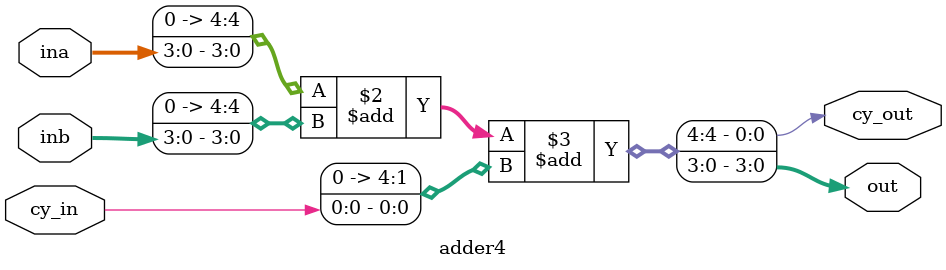
<source format=v>

`define	OPC_BOPR	4'b0001_____
`define	OPC_BOP		1'b1________
`define	OPC_UOPR	3'b010______
`define	OPC_UOP		3'b011______
`define	OPC_BCC		4'b0010_____
`define	OPC_BIT		5'b1____0101
`define	OPC_BSR		8'b1000_1101
`define	OPC_CLC		8'b0000_1100
`define	OPC_CLI		8'b0000_1110
`define	OPC_CLV		8'b0000_1010
`define	OPC_CLRR	7'b010__1111
`define	OPC_CLR		7'b011__1111
`define	OPC_CBA		8'b0001_0001
`define	OPC_CMP		5'b1____0001
`define	OPC_CMP16	6'b10___1100
`define	OPC_DAA		8'b0001_1001
`define	OPC_INDCS	5'b0011_0___
`define	OPC_INDCX	7'b0000_100_
`define	OPC_JMP		7'b011__1110
`define	OPC_JSR		7'b101__1101
`define	OPC_LD		5'b1____0110
`define	OPC_LD16	5'b1____1110
`define	OPC_NOP		8'b0000_0001
`define	OPC_PUSH	7'b0011_011_
`define	OPC_PULL	7'b0011_001_
`define	OPC_RTI		8'b0011_1011
`define	OPC_RTS		8'b0011_1001
`define	OPC_SEC		8'b0000_1101
`define	OPC_SEI		8'b0000_1111
`define	OPC_SEV		8'b0000_1011
`define	OPC_ST		5'b1____0111
`define	OPC_ST16	5'b1____1111
`define	OPC_SWI		8'b0011_1111
`define	OPC_TFR		7'b0001_011_
`define	OPC_TFR2	7'b0000_011_
`define	OPC_TSX		8'b0011_0000
`define	OPC_TXS		8'b0011_0101
`define	OPC_TSTR	7'b010__1101
`define	OPC_TST		7'b011__1101
`define	OPC_WAI		8'b0011_1110

`define	OPC_UNDEF	8'h00

// register number
`define	REG_LEN		3
`define	REG_IX		3'b000
`define	REG_SP		3'b001
`define	REG_ACCA	3'b100
`define	REG_ACCB	3'b101
`define	REG_CCR		3'b110

// amode
`define	AMODE_LEN	3
`define	AMODE_NONE	3'b000
`define	AMODE_IMM8	3'b001
`define	AMODE_IMM16	3'b010
`define	AMODE_DIR	3'b011
`define	AMODE_IDX	3'b100
`define	AMODE_EXT	3'b101
`define	AMODE_REL	3'b110

// ea_mux
`define	EAMUX_LEN	3
`define	EAMUX_NULL	3'b000
`define	EAMUX_OUTA	3'b001
`define	EAMUX_DDAT	3'b010
`define	EAMUX_IBASE	3'b011
`define	EAMUX_RDAT	3'b100

// pc_mux
`define	PCMUX_LEN	3
`define	PCMUX_ZERO	3'b000
`define	PCMUX_TMP	3'b001
`define	PCMUX_OUTA	3'b010
`define	PCMUX_EA	3'b011

// cpc_mux
`define	CPCMUX_LEN	2
`define	CPCMUX_NULL	2'b00
`define	CPCMUX_PCN	2'b01
`define	CPCMUX_PCR	2'b10

// tmp_mux
`define	TMUX_LEN	3
`define	TMUX_NULL	3'b000
`define	TMUX_DDAT	3'b001
`define	TMUX_RDAT	3'b010
`define	TMUX_PSHINI	3'b011
`define	TMUX_PSHNXT	3'b100
`define	TMUX_PULINI	3'b101
`define	TMUX_PULNXT	3'b110

// op_sel
`define	ALUOP_LEN	5
`define	ALUOP_NONE	5'b0_0000
`define	ALUOP_THRU	5'b0_0001
`define	ALUOP_ADD	5'b0_0010
`define	ALUOP_SUB	5'b0_0011
`define	ALUOP_ADD16	5'b0_0100
`define	ALUOP_SUB16	5'b0_0101
`define	ALUOP_AND	5'b0_0110
`define	ALUOP_EOR	5'b0_0111
`define	ALUOP_OR	5'b0_1000
`define	ALUOP_COM	5'b0_1001
`define	ALUOP_NEG	5'b0_1010
`define	ALUOP_ADC	5'b0_1011
`define	ALUOP_SBC	5'b0_1100
`define	ALUOP_DAA	5'b0_1101
`define	ALUOP_TST	5'b0_1110
`define	ALUOP_ASR	5'b0_1111
`define	ALUOP_LSR	5'b1_0000
`define	ALUOP_ASL	5'b1_0001
`define	ALUOP_ROR	5'b1_0010
`define	ALUOP_ROL	5'b1_0011
`define	ALUOP_MUL	5'b1_0100
`define	ALUOP_PSH	5'b1_0101
`define	ALUOP_PUL	5'b1_0110
`define	ALUOP_INC	5'b1_0111
`define	ALUOP_DEC	5'b1_1000

`define	ALUOP_MAIN	5'b1_1111

// ina_mux
`define	AMUX_LEN	3
`define	AMUX_ZERO	3'b000
`define	AMUX_OPRND	3'b001
`define	AMUX_RDAT	3'b010
`define	AMUX_PC		3'b011
`define	AMUX_DDAT	3'b100
`define	AMUX_EA		3'b101
`define	AMUX_IBASE	3'b110
`define	AMUX_TMP	3'b111

// inb_mux
`define	BMUX_LEN		4
`define	BMUX_ZERO		4'b0000
`define	BMUX_OPRND		4'b0001
`define	BMUX_OPRND8SE	4'b0010
`define	BMUX_DDAT		4'b0011
`define	BMUX_ONE		4'b0100
`define	BMUX_TWO		4'b0101
`define	BMUX_TMP		4'b0110
`define	BMUX_OPRND8ZE	4'b0111
`define	BMUX_RDAT		4'b1000
`define	BMUX_PSH		4'b1001
`define	BMUX_PUL		4'b1010

// cc_mux
`define	CCMUX_LEN	4
`define	CCMUX_NULL	4'b0000
`define	CCMUX_LOP	4'b0001
`define	CCMUX_AOP	4'b0010
`define	CCMUX_AOP2	4'b0011
`define	CCMUX_ZBIT	4'b0100
`define	CCMUX_AOP3	4'b0101
`define	CCMUX_CLC	4'b0110
`define	CCMUX_CLI	4'b0111
`define	CCMUX_CLV	4'b1000
`define	CCMUX_SEC	4'b1001
`define	CCMUX_SEI	4'b1010
`define	CCMUX_SEV	4'b1011

// rbus_mux
`define	RMUX_LEN	2
`define	RMUX_NULL	2'b00
`define	RMUX_WR		2'b01
`define	RMUX_RD		2'b10

// rnum_mux
`define	RNUM_LEN	3
`define	RNUM_ZERO	3'b000
`define	RNUM_OPREG	3'b001
`define	RNUM_OPREG2	3'b010
`define	RNUM_TMP	3'b011
`define	RNUM_SP		3'b100

// rwd_mux
`define	RWDMUX_LEN	3
`define	RWDMUX_ZERO	3'b000
`define	RWDMUX_OUTA	3'b001
`define	RWDMUX_RDAT	3'b010
`define	RWDMUX_TMP	3'b011
`define	RWDMUX_EA	3'b100
`define	RWDMUX_DDAT	3'b101

// dbus_mux
`define	DMUX_LEN	4
`define	DMUX_NULL	4'b0000
`define	DMUX_RD16	4'b0001
`define	DMUX_RD		4'b0010
`define	DMUX_WR		4'b0011
`define	DMUX_WR16	4'b0100
`define	DMUX_WRT	4'b0101
`define	DMUX_RDT	4'b0110
`define	DMUX_RD8	4'b0111
`define	DMUX_WR8	4'b1000

// da_mux
`define	DAMUX_LEN	4
`define	DAMUX_ZERO	4'b0000
`define	DAMUX_RSTV	4'b0001
`define	DAMUX_EA	4'b0010
`define	DAMUX_OUTA	4'b0011
`define	DAMUX_RDAT	4'b0100
`define	DAMUX_NMIV	4'b0101
`define	DAMUX_IRQV	4'b0110
`define	DAMUX_SWIV	4'b0111

// dwd_mux
`define	DWDMUX_LEN	3
`define	DWDMUX_ZERO	3'b000
`define	DWDMUX_OUTA	3'b001
`define	DWDMUX_PC	3'b010
`define	DWDMUX_RDAT	3'b011
`define	DWDMUX_CPC	3'b100

// End of ac68_defs.v
//
// ac68_top.v
//
// ac68 processor core
//
// Version 0.6
//
// Copyright 2008, Hideyuki Abe. All rights reserved.
// Distributed under the terms of the MIT License.
//

module ac68_top(
	clk,
	rst,
	addr,
	en,
	wen,
	wdata,
	rdata,
	ack,
	irq,
	nmi
);

input	clk;
input	rst;
output [15:0]	addr;
output	en;
output	wen;
output [7:0]	wdata;
input [7:0]	rdata;
input	ack;
input	irq;
input	nmi;

wire [15:0]	paddr;
wire	pen;
wire [7:0]	prdata;
wire	pack;
wire [15:0]	daddr;
wire	den;
wire	dwen;
wire [7:0]	dwdata;
wire [7:0]	drdata;
wire	dack;


ac68_core core0(
	.clk(clk),
	.rst(rst),
	.paddr(paddr),
	.pen(pen),
	.prdata(prdata),
	.pack(pack),
	.daddr(daddr),
	.den(den),
	.dwen(dwen),
	.dwdata(dwdata),
	.drdata(drdata),
	.dack(dack),
	.irq(irq),
	.nmi(nmi)
);

ac68_bmux bmux0(
	.clk(clk),
	.rst(rst),
	.paddr(paddr),
	.pen(pen),
	.prdata(prdata),
	.pack(pack),
	.daddr(daddr),
	.den(den),
	.dwen(dwen),
	.dwdata(dwdata),
	.drdata(drdata),
	.dack(dack),
	.addr(addr),
	.en(en),
	.wen(wen),
	.wdata(wdata),
	.rdata(rdata),
	.ack(ack)
);

endmodule

// End of ac68_top.v
//
// ac68_core.v
//
// ac68 processor core
//
// Version 0.6
//
// Copyright 2008, Hideyuki Abe. All rights reserved.
// Distributed under the terms of the MIT License.
//

//`include "ac68_defs.v"

module ac68_core(
	clk,
	rst,
	paddr,
	pen,
	prdata,
	pack,
	daddr,
	den,
	dwen,
	dwdata,
	drdata,
	dack,
	irq,
	nmi
);

input	clk;
input	rst;
output [15:0]	paddr;
output	pen;
input [7:0]	prdata;
input	pack;
output [15:0]	daddr;
output	den;
output	dwen;
output [7:0]	dwdata;
input [7:0]	drdata;
input	dack;
input	irq;
input	nmi;

wire	inst_rdy;
wire	inst_ack;
wire [15:0]	pc_nxt;
wire	jmp_req;
wire	jmp_ack;
wire [15:0]	new_pc;

wire [7:0]	opcode;
wire [`AMODE_LEN - 1:0]	amode;
wire [15:0]	oprnd;


ac68_fetch fetch0(
	.clk(clk),
	.rst(rst),
	.inst_rdy(inst_rdy),
	.inst_ack(inst_ack),
	.pc_nxt(pc_nxt),
	.jmp_req(jmp_req),
	.jmp_ack(jmp_ack),
	.new_pc(new_pc),
	.opcode(opcode),
	.amode(amode),
	.oprnd(oprnd),
	.calc_ea(calc_ea),
	.paddr(paddr),
	.pen(pen),
	.prdata(prdata),
	.pack(pack)
);

ac68_exe exe0(
	.clk(clk),
	.rst(rst),
	.inst_rdy(inst_rdy),
	.inst_ack(inst_ack),
	.pc(pc_nxt),
	.jmp_req(jmp_req),
	.jmp_ack(jmp_ack),
	.new_pc(new_pc),
	.opcode(opcode),
	.amode(amode),
	.oprnd(oprnd),
	.calc_ea(calc_ea),
	.daddr(daddr),
	.den(den),
	.dwen(dwen),
	.dwdata(dwdata),
	.drdata(drdata),
	.dack(dack),
	.irq(irq),
	.nmi(nmi)
);

endmodule

// End of ac68_core.v
//
// ac68_bmux.v
//
// ac68 processor core
//
// Version 0.6
//
// Copyright 2008, Hideyuki Abe. All rights reserved.
// Distributed under the terms of the MIT License.
//

module ac68_bmux(
	clk,
	rst,
	paddr,
	pen,
	prdata,
	pack,
	daddr,
	den,
	dwen,
	dwdata,
	drdata,
	dack,
	addr,
	en,
	wen,
	wdata,
	rdata,
	ack
);

parameter	ADDR_WIDTH = 16;

input	clk;
input	rst;
input [ADDR_WIDTH-1:0]	paddr;
input	pen;
output [7:0]	prdata;
output	pack;
input [ADDR_WIDTH-1:0]	daddr;
input	den;
input	dwen;
input [7:0]	dwdata;
output [7:0]	drdata;
output	dack;
output [ADDR_WIDTH-1:0]	addr;
output	en;
output	wen;
output [7:0]	wdata;
input [7:0]	rdata;
input	ack;

reg [ADDR_WIDTH-1:0]	addr;
reg [7:0]	wdata;
reg	wen;

reg	den_d;

assign	en = pen | den;
assign	prdata = rdata;
assign	drdata = rdata;

always @(den or daddr or dwdata or dwen or pen or paddr) begin
	if(den) begin
		addr = daddr;
		wdata = dwdata;
		wen = dwen;
	end
	else begin
		addr = paddr;
		wdata = 8'h00;
		wen = 1'b0;
	end
end	// always comb

always @(posedge clk or negedge rst) begin
	if(~rst)
		den_d <= 1'b0;
	else
		den_d <= den;
end	// always

assign	pack = (~den_d) & ack;
assign	dack = den_d & ack;

endmodule

// End of ac68_bmux.v
//
// ac68_fetch.v
//
// ac68 processor core
//
// Version 0.6
//
// Copyright 2008, Hideyuki Abe. All rights reserved.
// Distributed under the terms of the MIT License.
//

//`include "ac68_defs.v"

`define	FST_LEN		2
`define	FST_IDLE	2'b00
`define	FST_OPCODE	2'b01
`define	FST_OPRND	2'b10

module ac68_fetch(
	clk,
	rst,
	inst_rdy,
	inst_ack,
	pc_nxt,
	jmp_req,
	jmp_ack,
	new_pc,
	opcode,
	amode,
	oprnd,
	calc_ea,
	paddr,
	pen,
	prdata,
	pack
);

input	clk;
input	rst;
output	inst_rdy;
input	inst_ack;
output [15:0]	pc_nxt;
input	jmp_req;
output	jmp_ack;
input [15:0]	new_pc;
output [7:0]	opcode;
output [`AMODE_LEN - 1:0]	amode;
output [15:0]	oprnd;
output	calc_ea;
output [15:0]	paddr;
output	pen;
input [7:0]	prdata;
input	pack;

reg [`FST_LEN - 1:0]	state;
reg [`FST_LEN - 1:0]	state_nxt;

reg [15:0]	pc;
reg [15:0]	pc_nxt;
wire [15:0]	pc_plus_1;
wire [15:0]	pc_plus_2;

reg	inst_rdy;
reg	jmp_ack;

wire	opc_stat;
reg [7:0]	opcode_r;
reg [7:0]	opcode_nxt;

reg [`AMODE_LEN - 1:0]	amode_r;
reg [`AMODE_LEN - 1:0]	amode_nxt;

reg [15:0]	oprnd_r;
reg [15:0]	oprnd_nxt;

reg	calc_ea_r;
reg	calc_ea_nxt;

reg	code_pg;	// 0 - page2, 1 - page3
reg	code_pg_nxt;

reg	req_dat;
reg	req_dat_nxt;

wire [15:0]	paddr_i;
reg	pen_i;
reg	psize_i;
wire [15:0]	prdata_i;
wire	pack_i;


always @(posedge clk or negedge rst) begin
	if(~rst)
		state <= `FST_IDLE;
	else
		state <= state_nxt;
end

always @(posedge clk or negedge rst) begin
	if(~rst)
		pc <= 16'h0000;
	else
		pc <= pc_nxt;
end

always @(posedge clk or negedge rst) begin
	if(~rst) begin
		opcode_r <= `OPC_NOP;
		amode_r <= `AMODE_NONE;
		oprnd_r <= 16'h0000;
		calc_ea_r <= 1'b0;
	end
	else begin
		opcode_r <= opcode_nxt;
		amode_r <= amode_nxt;
		oprnd_r <= oprnd_nxt;
		calc_ea_r <= calc_ea_nxt;
	end
end

assign	opc_stat = (state == `FST_OPCODE);
assign	opcode = opc_stat ? opcode_nxt : opcode_r;
assign	amode = opc_stat ? amode_nxt : amode_r;
assign	oprnd = oprnd_nxt;
assign	calc_ea = opc_stat ? calc_ea_nxt : calc_ea_r;

always @(posedge clk or negedge rst) begin
	if(~rst)
		code_pg <= 1'b0;
	else
		code_pg <= code_pg_nxt;
end

always @(posedge clk or negedge rst) begin
	if(~rst)
		req_dat <= 1'b0;
	else
		req_dat <= req_dat_nxt;
end

assign	pc_plus_1 = pc + 16'h0001;
assign	pc_plus_2 = pc + 16'h0002;

always @(
	state or pc or pc_plus_1 or pc_plus_2 or new_pc
	or code_pg or opcode_r
	or amode_r
	or oprnd_r or calc_ea_r
	or req_dat or req_dat_nxt or prdata_i
	or inst_ack or jmp_req or pack_i
) begin
	pc_nxt = pc;
	pen_i = 1'b0;
	psize_i = 1'b0;	// 8bit
	req_dat_nxt = req_dat;
	code_pg_nxt = code_pg;
	opcode_nxt = opcode_r;
	amode_nxt = amode_r;
	oprnd_nxt = oprnd_r;
	calc_ea_nxt = calc_ea_r;
	inst_rdy = 1'b0;
	state_nxt = state;

	if(state == `FST_IDLE) begin
		if(jmp_req) begin
			pc_nxt = new_pc;
			jmp_ack = 1'b1;
			pen_i = 1'b1;
			state_nxt = `FST_OPCODE;
		end
		else begin
			jmp_ack = 1'b0;
			inst_rdy = 1'b1;
			if(inst_ack) begin
				pen_i = 1'b1;
				state_nxt = `FST_OPCODE;
			end
		end	// jmp_req - else
	end	// FST_IDLE
	else begin
		pen_i = 1'b0;

		if(pack_i) begin
			if(jmp_req) begin
				pc_nxt = new_pc;
				jmp_ack = 1'b1;
				pen_i = 1'b1;
				state_nxt = `FST_OPCODE;
			end
			else begin
				jmp_ack = 1'b0;
				if(state == `FST_OPCODE) begin
					opcode_nxt = prdata_i[7:0];
					amode_nxt = `AMODE_NONE;
					calc_ea_nxt = 1'b0;
					pc_nxt = pc_plus_1;

					if(
						(prdata_i[7:0] == 8'h8c)	// CPX 16bit immediate
						| (prdata_i[7:0] == 8'h8e)	// LDS 16bit immediate
						| (prdata_i[7:0] == 8'hce)	// LDX 16bit immediate
					) begin
						amode_nxt = `AMODE_IMM16;
					end
					else if(
						(prdata_i[7:4] == 4'h7)		// extended
						| (prdata_i[7:4] == 4'hb)	// extended
						| (prdata_i[7:4] == 4'hf)	// extended
					) begin
						amode_nxt = `AMODE_EXT;
					end
					else if(
						(prdata_i[7:0] == 8'h8d)	// BSR relative
						| (prdata_i[7:4] == 4'h2)	// relative
					) begin
						amode_nxt = `AMODE_REL;
					end
					else if(
						(prdata_i[7:4] == 4'h6)		// index
						| (prdata_i[7:4] == 4'ha)	// index
						| (prdata_i[7:4] == 4'he)	// index
					) begin
						amode_nxt = `AMODE_IDX;
						calc_ea_nxt = 1'b1;
					end
					else if(
						(prdata_i[7:4] == 4'h8)		// 8bit immediate
						| (prdata_i[7:4] == 4'hc)	// 8bit immediate
					) begin
						amode_nxt = `AMODE_IMM8;
					end
					else if(
						(prdata_i[7:4] == 4'h9)		// direct
						| (prdata_i[7:4] == 4'hd)	// direct
					) begin
						amode_nxt = `AMODE_DIR;
					end

					case(amode_nxt)
					`AMODE_IMM16,
					`AMODE_EXT: begin	// 16bit operand
						pen_i = 1'b1;
						psize_i = 1'b1;	// 16bit
						req_dat_nxt = 1'b1;
						state_nxt = `FST_OPRND;
					end
					`AMODE_REL,
					`AMODE_IDX,
					`AMODE_IMM8,
					`AMODE_DIR: begin	// 8bit operand
						pen_i = 1'b1;
						req_dat_nxt = 1'b0;
						state_nxt = `FST_OPRND;
					end
					default: begin
						inst_rdy = 1'b1;
						if(inst_ack) begin
							pen_i = 1'b1;
							state_nxt = `FST_OPCODE;
						end
						else begin
							state_nxt = `FST_IDLE;
						end
					end
					endcase
				end	// FST_OPCODE
				else if(state == `FST_OPRND) begin
					req_dat_nxt = 1'b0;
					oprnd_nxt = prdata_i;
					if(req_dat == 1'b1)
						pc_nxt = pc_plus_2;
					else
						pc_nxt = pc_plus_1;

					inst_rdy = 1'b1;
					if(inst_ack) begin
						pen_i = 1'b1;
						state_nxt = `FST_OPCODE;
					end
					else begin
						state_nxt = `FST_IDLE;
					end
				end	// FST_OPRND
			end	// jmp_req - else
		end
		else begin
			jmp_ack = 1'b0;
		end	// pack_i - else
	end	// FST_IDLE - else
end	// always comb

assign	paddr_i = pc_nxt;

ac68_mconr mconr0(
	.clk(clk),
	.rst(rst),
	.addr(paddr_i),
	.en(pen_i),
	.size(psize_i),
	.rdata(prdata_i),
	.ack(pack_i),
	.addr8(paddr),
	.en8(pen),
	.rdata8(prdata),
	.ack8(pack)
);

endmodule

// End of ac68_fetch.v
//
// ac68_exe.v
//
// ac68 processor core
//
// Version 0.6
//
// Copyright 2008, Hideyuki Abe. All rights reserved.
// Distributed under the terms of the MIT License.
//

//`include "ac68_defs.v"

module ac68_exe(
	clk,
	rst,
	inst_rdy,
	inst_ack,
	pc,
	jmp_req,
	jmp_ack,
	new_pc,
	opcode,
	amode,
	oprnd,
	calc_ea,
	daddr,
	den,
	dwen,
	dwdata,
	drdata,
	dack,
	irq,
	nmi
);

input	clk;
input	rst;
input	inst_rdy;
output	inst_ack;
input [15:0]	pc;
output	jmp_req;
input	jmp_ack;
output [15:0]	new_pc;
input [7:0]	opcode;
input [`AMODE_LEN - 1:0]	amode;
input [15:0]	oprnd;
input	calc_ea;
output [15:0]	daddr;
output	den;
output	dwen;
output [7:0]	dwdata;
input [7:0]	drdata;
input	dack;
input	irq;
input	nmi;

wire [7:0]	opcode;
wire [7:0]	opcode_r;
wire [`ALUOP_LEN - 1:0]	main_opr;
wire [`AMODE_LEN - 1:0]	amode;
wire [`AMODE_LEN - 1:0]	amode_r;
wire [15:0]	oprnd;

wire [`EAMUX_LEN - 1:0]	ea_mux;
wire [`PCMUX_LEN - 1:0]	pc_mux;
wire [`CPCMUX_LEN - 1:0]	cpc_mux;
wire [`TMUX_LEN - 1:0]	tmp_mux;
wire [`ALUOP_LEN - 1:0]	op_sel;
wire [`ALUOP_LEN - 1:0]	op_sel_i;
wire [`AMUX_LEN - 1:0]	ina_mux;
wire [`BMUX_LEN - 1:0]	inb_mux;
wire [`CCMUX_LEN - 1:0]	cc_mux;
wire [`RMUX_LEN - 1:0]	rbus_mux;
wire [`RNUM_LEN - 1:0]	rnum_mux;
wire [`RWDMUX_LEN - 1:0]	rwd_mux;
wire [`DMUX_LEN - 1:0]	dbus_mux;
wire [`DAMUX_LEN - 1:0]	da_mux;
wire [`DWDMUX_LEN - 1:0]	dwd_mux;

wire [15:0]	ina;
wire [15:0]	inb;
wire [15:0]	outa;
wire [15:0]	outb;

wire [15:0]	daddr_i;
wire	den_i;
wire	dsize_i;
wire	dwen_i;
wire [15:0]	dwdata_i;
wire [15:0]	drdata_i;
wire	dack_i;


ac68_exe_ctrl exe_ctrl0(
	.clk(clk),
	.rst(rst),
	.inst_rdy(inst_rdy),
	.inst_ack(inst_ack),
	.jmp_req(jmp_req),
	.jmp_ack(jmp_ack),
	.opcode(opcode_r),
	.cond_ok(cond_ok),
	.rlst_end(rlst_end),
	.amode(amode_r),
	.calc_ea(calc_ea),
	.ea_mux(ea_mux),
	.pc_mux(pc_mux),
	.cpc_mux(cpc_mux),
	.tmp_mux(tmp_mux),
	.op_sel(op_sel_i),
	.ina_mux(ina_mux),
	.inb_mux(inb_mux),
	.cc_mux(cc_mux),
	.rbus_mux(rbus_mux),
	.rnum_mux(rnum_mux),
	.rwd_mux(rwd_mux),
	.dbus_mux(dbus_mux),
	.da_mux(da_mux),
	.dwd_mux(dwd_mux),
	.ack(dack_i),
	.irq(irq_i),
	.nmi(nmi_i)
);

ac68_exe_data exe_data0(
	.clk(clk),
	.rst(rst),
	.inst_ack(inst_ack),
	.pc(pc),
	.new_pc(new_pc),
	.opcode(opcode),
	.opcode_r(opcode_r),
	.main_opr(main_opr),
	.cond_ok(cond_ok),
	.rlst_end(rlst_end),
	.amode(amode),
	.amode_r(amode_r),
	.oprnd(oprnd),
	.ea_mux(ea_mux),
	.pc_mux(pc_mux),
	.cpc_mux(cpc_mux),
	.tmp_mux(tmp_mux),
	.ina_mux(ina_mux),
	.inb_mux(inb_mux),
	.cc_mux(cc_mux),
	.h_bit(h_bit),
	.c_bit(c_bit),
	.v_bit(v_bit),
	.new_h(new_h),
	.new_n(new_n),
	.new_z(new_z),
	.new_v(new_v),
	.new_c(new_c),
	.opsize(opsize),
	.ina(ina),
	.inb(inb),
	.outa(outa),
	.outb(outb),
	.rbus_mux(rbus_mux),
	.rnum_mux(rnum_mux),
	.rwd_mux(rwd_mux),
	.dbus_mux(dbus_mux),
	.da_mux(da_mux),
	.dwd_mux(dwd_mux),
	.daddr(daddr_i),
	.den(den_i),
	.dsize(dsize_i),
	.dwen(dwen_i),
	.dwdata(dwdata_i),
	.drdata(drdata_i),
	.irq(irq),
	.nmi(nmi),
	.irq_i(irq_i),
	.nmi_i(nmi_i)
);

assign	op_sel = (op_sel_i == `ALUOP_MAIN) ? main_opr : op_sel_i;

ac68_exe_alu exe_alu0(
	.op_sel(op_sel),
	.opsize(opsize),
	.ina(ina),
	.inb(inb),
	.h_bit(h_bit),
	.c_bit(c_bit),
	.v_bit(v_bit),
	.outa(outa),
	.outb(outb),
	.new_h(new_h),
	.new_n(new_n),
	.new_z(new_z),
	.new_v(new_v),
	.new_c(new_c)
);

ac68_mcon mcon0(
	.clk(clk),
	.rst(rst),
	.addr(daddr_i),
	.en(den_i),
	.size(dsize_i),
	.wen(dwen_i),
	.wdata(dwdata_i),
	.rdata(drdata_i),
	.ack(dack_i),
	.addr8(daddr),
	.en8(den),
	.wen8(dwen),
	.wdata8(dwdata),
	.rdata8(drdata),
	.ack8(dack)
);

endmodule

// End of ac68_exe.v
//
// ac68_exe_ctrl.v
//
// ac68 processor core
//
// Version 0.6
//
// Copyright 2008, Hideyuki Abe. All rights reserved.
// Distributed under the terms of the MIT License.
//

//`include "ac68_defs.v"

`define	EST_LEN		4
`define	EST_IDLE	4'b0000
`define	EST_AM		4'b0001
`define	EST_EXE1	4'b0010
`define	EST_EXE2	4'b0011
`define	EST_EXE3	4'b0100
`define	EST_EXE4	4'b0101
`define	EST_EXE5	4'b0110
`define	EST_EXE6	4'b0111
`define	EST_EXE7	4'b1000
`define	EST_EXE8	4'b1001

`define	EXST_LEN	3
`define	EXST_NONE	3'b000
`define	EXST_INIT	3'b001
`define	EXST_RST	3'b010
`define	EXST_IVEC	3'b011

module ac68_exe_ctrl(
	clk,
	rst,
	inst_rdy,
	inst_ack,
	jmp_req,
	jmp_ack,
	opcode,
	cond_ok,
	rlst_end,
	amode,
	calc_ea,
	ea_mux,
	pc_mux,
	cpc_mux,
	tmp_mux,
	op_sel,
	ina_mux,
	inb_mux,
	cc_mux,
	rbus_mux,
	rnum_mux,
	rwd_mux,
	dbus_mux,
	da_mux,
	dwd_mux,
	ack,
	irq,
	nmi
);

input	clk;
input	rst;
input	inst_rdy;
output	inst_ack;
output	jmp_req;
input	jmp_ack;
input [7:0]	opcode;
input	cond_ok;
input	rlst_end;
input [`AMODE_LEN - 1:0]	amode;
input	calc_ea;
output [`EAMUX_LEN - 1:0]	ea_mux;
output [`PCMUX_LEN - 1:0]	pc_mux;
output [`CPCMUX_LEN - 1:0]	cpc_mux;
output [`TMUX_LEN - 1:0]	tmp_mux;
output [`ALUOP_LEN -1:0]	op_sel;
output [`AMUX_LEN - 1:0]	ina_mux;
output [`BMUX_LEN - 1:0]	inb_mux;
output [`CCMUX_LEN - 1:0]	cc_mux;
output [`RMUX_LEN - 1:0]	rbus_mux;
output [`RNUM_LEN - 1:0]	rnum_mux;
output [`RWDMUX_LEN - 1:0]	rwd_mux;
output [`DMUX_LEN - 1:0]	dbus_mux;
output [`DAMUX_LEN - 1:0]	da_mux;
output [`DWDMUX_LEN - 1:0]	dwd_mux;
input	ack;
input	irq;
input	nmi;

reg	inst_req;

reg	jmp_req;
reg	jmp_fetch;
reg	jmp_fetch_nxt;

reg [`EAMUX_LEN - 1:0]	ea_mux;
reg [`PCMUX_LEN - 1:0]	pc_mux;
reg [`CPCMUX_LEN - 1:0]	cpc_mux;
reg [`TMUX_LEN - 1:0]	tmp_mux;
reg [`ALUOP_LEN - 1:0]	op_sel;
reg [`AMUX_LEN - 1:0]	ina_mux;
reg [`BMUX_LEN - 1:0]	inb_mux;
reg [`CCMUX_LEN - 1:0]	cc_mux;
reg [`RMUX_LEN - 1:0]	rbus_mux;
reg [`RNUM_LEN - 1:0]	rnum_mux;
reg [`RWDMUX_LEN - 1:0]	rwd_mux;
reg [`DMUX_LEN - 1:0]	dbus_mux;
reg [`DAMUX_LEN - 1:0]	da_mux;
reg [`DWDMUX_LEN - 1:0]	dwd_mux;

reg [`EST_LEN - 1:0]	state;
reg [`EST_LEN - 1:0]	state_nxt;
wire [`EST_LEN - 1:0]	state_def;

reg [`EXST_LEN - 1:0]	exstate;
reg [`EXST_LEN - 1:0]	exstate_nxt;

reg	int_wai;
wire	iacpt_timing;
wire	int_exe;
reg	irq_exe;
reg	nmi_d;
reg	nmi_r;
reg	nmi_exe;


always @(posedge clk or negedge rst) begin
	if(~rst)
		state <= `EST_EXE1;
	else
		state <= state_nxt;
end

always @(posedge clk or negedge rst) begin
	if(~rst)
		exstate <= `EXST_INIT;
	else
		exstate <= exstate_nxt;
end

always @(posedge clk or negedge rst) begin
	if(~rst)
		jmp_fetch <= 1'b0;
	else
		jmp_fetch <= jmp_fetch_nxt;
end

always @(jmp_fetch or inst_ack or jmp_req) begin
	if(inst_ack)
		jmp_fetch_nxt = 1'b0;
	else if(jmp_req)
		jmp_fetch_nxt = 1'b1;
	else
		jmp_fetch_nxt = jmp_fetch;
end	// always comb

always @(jmp_req or inst_req or jmp_fetch) begin
	if(jmp_req) cpc_mux = `CPCMUX_PCN;
	else begin
		if(jmp_fetch) cpc_mux = `CPCMUX_NULL;
		else begin
			if(inst_req) cpc_mux = `CPCMUX_PCR;
			else cpc_mux = `CPCMUX_NULL;
		end
	end
end	// always comb

assign	iacpt_timing = inst_req | int_wai;
assign	int_exe = (irq_exe | nmi_exe);

always @(posedge clk or negedge rst) begin
	if(~rst)
		irq_exe <= 1'b0;
	else if(~int_exe & ~nmi_r & irq & iacpt_timing)
		irq_exe <= 1'b1;
	else if(jmp_ack)
		irq_exe <= 1'b0;
end

always @(posedge clk or negedge rst) begin
	if(~rst)
		nmi_d <= 1'b0;
	else
		nmi_d <= nmi;
end

always @(posedge clk or negedge rst) begin
	if(~rst)
		nmi_r <= 1'b0;
	else if((~nmi_d) & nmi)
		nmi_r <= 1'b1;
	else if(nmi_exe)
		nmi_r <= 1'b0;
end

always @(posedge clk or negedge rst) begin
	if(~rst)
		nmi_exe <= 1'b0;
	else if(~int_exe & nmi_r & iacpt_timing)
		nmi_exe <= 1'b1;
	else if(jmp_ack)
		nmi_exe <= 1'b0;
end

assign	state_def = inst_ack
			? ((calc_ea) ? (`EST_AM) : (`EST_EXE1))
			: (`EST_IDLE);

assign	inst_ack = inst_req & inst_rdy;

always @(
	state or state_def or exstate
	or opcode or amode
	or cond_ok
	or inst_ack or ack or jmp_ack
	or irq_exe or nmi_exe or int_exe
	or int_wai or rlst_end
) begin
	inst_req = 1'b0;
	jmp_req = 1'b0;
	int_wai = 1'b0;
	ea_mux = `EAMUX_NULL;
	pc_mux = `PCMUX_ZERO;
	tmp_mux = `TMUX_NULL;
	op_sel = `ALUOP_NONE;
	ina_mux = `AMUX_ZERO;
	inb_mux = `BMUX_ZERO;
	cc_mux = `CCMUX_NULL;
	rbus_mux = `RMUX_NULL;
	rnum_mux = `RNUM_ZERO;
	rwd_mux = `RWDMUX_ZERO;
	dbus_mux = `DMUX_NULL;
	da_mux = `DAMUX_ZERO;
	dwd_mux = `DWDMUX_ZERO;
	state_nxt = state;
	exstate_nxt = exstate;

	if(exstate == `EXST_INIT) begin
		state_nxt = `EST_EXE1;
		exstate_nxt = `EXST_RST;
	end	// EXST_INIT
	else if(exstate == `EXST_RST) begin
		if(state == `EST_EXE1) begin
			dbus_mux = `DMUX_RD16;
			da_mux = `DAMUX_RSTV;
			state_nxt = `EST_EXE2;
		end
		else if(state == `EST_EXE2) begin
			if(ack) begin
				tmp_mux = `TMUX_DDAT;
				state_nxt = `EST_EXE3;
			end
		end
		else begin
			jmp_req = 1'b1;
			pc_mux = `PCMUX_TMP;
			if(jmp_ack) begin
				state_nxt = `EST_IDLE;
				exstate_nxt = `EXST_NONE;
			end
		end
	end	// EXST_RST
	else if(exstate == `EXST_IVEC) begin
		if(state == `EST_EXE1) begin
			rbus_mux = `RMUX_RD;
			rnum_mux = `RNUM_SP;
			tmp_mux = `TMUX_PSHINI;
			state_nxt = `EST_EXE2;
		end
		else if(state == `EST_EXE2) begin
			op_sel = `ALUOP_SUB16;
			ina_mux = `AMUX_RDAT;
			inb_mux = `BMUX_ONE;
			ea_mux = `EAMUX_OUTA;
			dbus_mux = `DMUX_WR16;
			da_mux = `DAMUX_OUTA;
			if(int_exe) dwd_mux = `DWDMUX_CPC;
			else dwd_mux = `DWDMUX_PC;
			state_nxt = `EST_EXE3;
		end
		else if(state == `EST_EXE3) begin
			if(ack) begin
				if(rlst_end) begin
					op_sel = `ALUOP_SUB16;
					ina_mux = `AMUX_EA;
					inb_mux = `BMUX_ONE;
					rbus_mux = `RMUX_WR;
					rnum_mux = `RNUM_SP;
					rwd_mux = `RWDMUX_OUTA;
					state_nxt = `EST_EXE5;
				end
				else begin
					op_sel = `ALUOP_SUB16;
					ina_mux = `AMUX_EA;
					inb_mux = `BMUX_PSH;
					ea_mux = `EAMUX_OUTA;
					rbus_mux = `RMUX_RD;
					rnum_mux = `RNUM_TMP;
					state_nxt = `EST_EXE4;
				end
			end
		end
		else if(state == `EST_EXE4) begin
			dbus_mux = `DMUX_WRT;
			da_mux = `DAMUX_EA;
			dwd_mux = `DWDMUX_RDAT;
			tmp_mux = `TMUX_PSHNXT;
			state_nxt = `EST_EXE3;
		end
		else if(state == `EST_EXE5) begin
			state_nxt = `EST_EXE6;
			dbus_mux = `DMUX_RD16;
			if(nmi_exe) begin
				da_mux = `DAMUX_NMIV;
				cc_mux = `CCMUX_SEI;
			end
			else if(irq_exe) begin
				da_mux = `DAMUX_IRQV;
				cc_mux = `CCMUX_SEI;
			end
			else if(opcode == `OPC_SWI) begin
				da_mux = `DAMUX_SWIV;
				cc_mux = `CCMUX_SEI;
			end
			else begin	// OPC_WAI
				dbus_mux = `DMUX_NULL;
				int_wai = 1'b1;
				state_nxt = `EST_EXE5;
			end
		end
		else if(state == `EST_EXE6) begin
			if(ack) begin
				ea_mux = `EAMUX_DDAT;
				state_nxt = `EST_EXE7;
			end
		end
		else begin
			jmp_req =1'b1;
			pc_mux = `PCMUX_EA;
			if(jmp_ack) begin
				state_nxt = `EST_IDLE;
				exstate_nxt = `EXST_NONE;
			end
		end
	end	// EXST_IVEC
	else if(int_exe) begin
		exstate_nxt = `EXST_IVEC;
		if(int_wai) state_nxt = `EST_EXE5;
		else state_nxt = `EST_EXE1;
	end
	else if(state == `EST_IDLE) begin
		inst_req = 1'b1;
		state_nxt = state_def;
	end	// EST_IDLE
	else begin
		// instructions without effective address calc
		if(opcode == `OPC_NOP) begin
			inst_req = 1'b1;
			state_nxt = state_def;
		end	// OPC_NOP
		else if(opcode == `OPC_CLC) begin
			cc_mux = `CCMUX_CLC;
			inst_req = 1'b1;
			state_nxt = state_def;
		end	// OPC_CLC
		else if(opcode == `OPC_CLI) begin
			cc_mux = `CCMUX_CLI;
			inst_req = 1'b1;
			state_nxt = state_def;
		end	// OPC_CLI
		else if(opcode == `OPC_CLV) begin
			cc_mux = `CCMUX_CLV;
			inst_req = 1'b1;
			state_nxt = state_def;
		end	// OPC_CLV
		else if(opcode == `OPC_SEC) begin
			cc_mux = `CCMUX_SEC;
			inst_req = 1'b1;
			state_nxt = state_def;
		end	// OPC_SEC
		else if(opcode == `OPC_SEI) begin
			cc_mux = `CCMUX_SEI;
			inst_req = 1'b1;
			state_nxt = state_def;
		end	// OPC_SEI
		else if(opcode == `OPC_SEV) begin
			cc_mux = `CCMUX_SEV;
			inst_req = 1'b1;
			state_nxt = state_def;
		end	// OPC_SEV
		else if(opcode == `OPC_SWI) begin
			exstate_nxt = `EXST_IVEC;
			state_nxt = `EST_EXE1;
		end	// OPC_SWI
		else if(opcode == `OPC_WAI) begin
			exstate_nxt = `EXST_IVEC;
			state_nxt = `EST_EXE1;
		end	// OPC_WAI
		else if(opcode == `OPC_DAA) begin
			if(state == `EST_EXE1) begin
				rbus_mux = `RMUX_RD;
				rnum_mux = `RNUM_OPREG;
				state_nxt = `EST_EXE2;
			end
			else begin
				op_sel = `ALUOP_DAA;
				ina_mux = `AMUX_RDAT;
				cc_mux = `CCMUX_AOP2;
				rbus_mux = `RMUX_WR;
				rnum_mux = `RNUM_OPREG;
				rwd_mux = `RWDMUX_OUTA;
				inst_req = 1'b1;
				state_nxt = state_def;
			end
		end	// OPC_DAA
		else if(opcode == `OPC_TSX) begin
			if(state == `EST_EXE1) begin
				rbus_mux = `RMUX_RD;
				rnum_mux = `RNUM_OPREG2;
				state_nxt = `EST_EXE2;
			end
			else begin
				op_sel = `ALUOP_ADD16;
				ina_mux = `AMUX_RDAT;
				inb_mux = `BMUX_ONE;
				rbus_mux = `RMUX_WR;
				rnum_mux = `RNUM_OPREG;
				rwd_mux = `RWDMUX_OUTA;
				inst_req = 1'b1;
				state_nxt = state_def;
			end
		end	// OPC_TSX
		else if(opcode == `OPC_TXS) begin
			if(state == `EST_EXE1) begin
				rbus_mux = `RMUX_RD;
				rnum_mux = `RNUM_OPREG2;
				state_nxt = `EST_EXE2;
			end
			else begin
				op_sel = `ALUOP_SUB16;
				ina_mux = `AMUX_RDAT;
				inb_mux = `BMUX_ONE;
				rbus_mux = `RMUX_WR;
				rnum_mux = `RNUM_OPREG;
				rwd_mux = `RWDMUX_OUTA;
				inst_req = 1'b1;
				state_nxt = state_def;
			end
		end	// OPC_TXS
		else if(opcode == `OPC_CBA) begin
			if(state == `EST_EXE1) begin
				rbus_mux = `RMUX_RD;
				rnum_mux = `RNUM_OPREG;
				state_nxt = `EST_EXE2;
			end
			else if(state == `EST_EXE2) begin
				tmp_mux = `TMUX_RDAT;
				rbus_mux = `RMUX_RD;
				rnum_mux = `RNUM_OPREG2;
				state_nxt = `EST_EXE3;
			end
			else begin
				op_sel = `ALUOP_SUB;
				ina_mux = `AMUX_TMP;
				inb_mux = `BMUX_RDAT;
				cc_mux = `CCMUX_AOP;
				inst_req = 1'b1;
				state_nxt = state_def;
			end
		end	// OPC_CBA
		else if(opcode == `OPC_TSTR) begin
			if(state == `EST_EXE1) begin
				rbus_mux = `RMUX_RD;
				rnum_mux = `RNUM_OPREG;
				state_nxt = `EST_EXE2;
			end
			else begin
				op_sel = `ALUOP_THRU;
				ina_mux = `AMUX_RDAT;
				cc_mux = `CCMUX_LOP;
				inst_req = 1'b1;
				state_nxt = state_def;
			end
		end	// OPC_TSTR
		else if({opcode[7:5],opcode[3:0]} == `OPC_CLRR) begin
			op_sel = `ALUOP_THRU;
			ina_mux = `AMUX_ZERO;
			cc_mux = `CCMUX_AOP2;
			rbus_mux = `RMUX_WR;
			rnum_mux = `RNUM_OPREG;
			rwd_mux = `RWDMUX_OUTA;
			inst_req = 1'b1;
			state_nxt = state_def;
		end	// OPC_CLRR
		else if(opcode[7:1] == `OPC_TFR) begin
			if(state == `EST_EXE1) begin
				rbus_mux = `RMUX_RD;
				rnum_mux = `RNUM_OPREG2;
				state_nxt = `EST_EXE2;
			end
			else begin
				op_sel = `ALUOP_THRU;
				ina_mux = `AMUX_RDAT;
				cc_mux = `CCMUX_LOP;
				rbus_mux = `RMUX_WR;
				rnum_mux = `RNUM_OPREG;
				rwd_mux = `RWDMUX_OUTA;
				inst_req = 1'b1;
				state_nxt = state_def;
			end
		end	// OPC_TFR
		else if(opcode[7:1] == `OPC_TFR2) begin
			if(state == `EST_EXE1) begin
				rbus_mux = `RMUX_RD;
				rnum_mux = `RNUM_OPREG2;
				state_nxt = `EST_EXE2;
			end
			else begin
				rbus_mux = `RMUX_WR;
				rnum_mux = `RNUM_OPREG;
				rwd_mux = `RWDMUX_RDAT;
				inst_req = 1'b1;
				state_nxt = state_def;
			end
		end	// OPC_TFR2
		else if(opcode == `OPC_RTS) begin
			if(state == `EST_EXE1) begin
				rbus_mux = `RMUX_RD;
				rnum_mux = `RNUM_OPREG;
				state_nxt = `EST_EXE2;
			end
			else if(state == `EST_EXE2) begin
				tmp_mux = `TMUX_RDAT;
				op_sel = `ALUOP_ADD16;
				ina_mux = `AMUX_RDAT;
				inb_mux = `BMUX_ONE;
				dbus_mux = `DMUX_RD16;
				da_mux = `DAMUX_OUTA;
				state_nxt = `EST_EXE3;
			end
			else if(state == `EST_EXE3) begin
				if(ack) begin
					op_sel = `ALUOP_ADD16;
					ina_mux = `AMUX_TMP;
					inb_mux = `BMUX_TWO;
					rbus_mux = `RMUX_WR;
					rnum_mux = `RNUM_OPREG;
					rwd_mux = `RWDMUX_OUTA;
					ea_mux = `EAMUX_DDAT;
					state_nxt = `EST_EXE4;
				end
			end
			else begin
				jmp_req = 1'b1;
				pc_mux = `PCMUX_EA;
				if(jmp_ack) begin
					state_nxt = `EST_IDLE;
				end
			end
		end	// OPC_RTS
		else if(opcode == `OPC_RTI) begin
			if(state == `EST_EXE1) begin
				rbus_mux = `RMUX_RD;
				rnum_mux = `RNUM_OPREG;
				tmp_mux = `TMUX_PULINI;
				state_nxt = `EST_EXE2;
			end
			else if(state == `EST_EXE2) begin
				op_sel = `ALUOP_ADD16;
				ina_mux = `AMUX_RDAT;
				inb_mux = `BMUX_ONE;
				ea_mux = `EAMUX_OUTA;
				dbus_mux = `DMUX_RDT;
				da_mux = `DAMUX_OUTA;
				state_nxt = `EST_EXE3;
			end
			else if(state == `EST_EXE3) begin
				if(ack) begin
					op_sel = `ALUOP_ADD16;
					ina_mux = `AMUX_EA;
					inb_mux = `BMUX_PUL;
					ea_mux = `EAMUX_OUTA;
					rbus_mux = `RMUX_WR;
					rnum_mux = `RNUM_TMP;
					rwd_mux = `RWDMUX_DDAT;
					tmp_mux = `TMUX_PULNXT;
					state_nxt = `EST_EXE4;
				end
			end
			else if(state == `EST_EXE4) begin
				if(rlst_end) begin
					op_sel = `ALUOP_ADD16;
					ina_mux = `AMUX_EA;
					inb_mux = `BMUX_ONE;
					dbus_mux = `DMUX_RD16;
					da_mux = `DAMUX_EA;
					rbus_mux = `RMUX_WR;
					rnum_mux = `RNUM_OPREG;
					rwd_mux = `RWDMUX_OUTA;
					state_nxt = `EST_EXE5;
				end
				else begin
					dbus_mux = `DMUX_RDT;
					da_mux = `DAMUX_EA;
					state_nxt = `EST_EXE3;
				end
			end
			else if(state_nxt == `EST_EXE5) begin
				if(ack) begin
					ea_mux = `EAMUX_DDAT;
					state_nxt = `EST_EXE6;
				end
			end
			else begin
				jmp_req = 1'b1;
				pc_mux = `PCMUX_EA;
				if(jmp_ack) begin
					state_nxt = `EST_IDLE;
					exstate_nxt = `EXST_NONE;
				end
			end
		end	// OPC_RTI
		else if(opcode[7:1] == `OPC_PUSH) begin
			if(state == `EST_EXE1) begin
				rbus_mux = `RMUX_RD;
				rnum_mux = `RNUM_OPREG;
				state_nxt = `EST_EXE2;
			end
			else if(state == `EST_EXE2) begin
				ea_mux = `EAMUX_RDAT;
				rbus_mux = `RMUX_RD;
				rnum_mux = `RNUM_OPREG2;
				state_nxt = `EST_EXE3;
			end
			else if(state == `EST_EXE3) begin
				dbus_mux = `DMUX_WR8;
				da_mux = `DAMUX_EA;
				dwd_mux = `DWDMUX_RDAT;
				op_sel = `ALUOP_SUB16;
				ina_mux = `AMUX_EA;
				inb_mux = `BMUX_ONE;
				rbus_mux = `RMUX_WR;
				rnum_mux = `RNUM_OPREG;
				rwd_mux = `RWDMUX_OUTA;
				state_nxt = `EST_EXE4;
			end
			else begin
				if(ack) begin
					inst_req = 1'b1;
					state_nxt = state_def;
				end
			end
		end	// OPC_PUSH
		else if(opcode[7:1] == `OPC_PULL) begin
			if(state == `EST_EXE1) begin
				rbus_mux = `RMUX_RD;
				rnum_mux = `RNUM_OPREG;
				state_nxt = `EST_EXE2;
			end
			else if(state == `EST_EXE2) begin
				op_sel = `ALUOP_ADD16;
				ina_mux = `AMUX_RDAT;
				inb_mux = `BMUX_ONE;
				rbus_mux = `RMUX_WR;
				rnum_mux = `RNUM_OPREG;
				rwd_mux = `RWDMUX_OUTA;
				dbus_mux = `DMUX_RD8;
				da_mux = `DAMUX_OUTA;
				state_nxt = `EST_EXE3;
			end
			else begin
				if(ack) begin
					rbus_mux = `RMUX_WR;
					rnum_mux = `RNUM_OPREG2;
					rwd_mux = `RWDMUX_DDAT;
					inst_req = 1'b1;
					state_nxt = state_def;
				end
			end
		end	// OPC_PULL
		else if(opcode[7:1] == `OPC_INDCX) begin
			if(state == `EST_EXE1) begin
				rbus_mux = `RMUX_RD;
				rnum_mux = `RNUM_OPREG;
				state_nxt = `EST_EXE2;
			end
			else begin
				op_sel = `ALUOP_MAIN;
				ina_mux = `AMUX_RDAT;
				cc_mux = `CCMUX_ZBIT;
				rbus_mux = `RMUX_WR;
				rnum_mux = `RNUM_OPREG;
				rwd_mux = `RWDMUX_OUTA;
				inst_req = 1'b1;
				state_nxt = state_def;
			end
		end	// OPC_INDCX
		else if(opcode[7:3] == `OPC_INDCS) begin
			if(state == `EST_EXE1) begin
				rbus_mux = `RMUX_RD;
				rnum_mux = `RNUM_OPREG;
				state_nxt = `EST_EXE2;
			end
			else begin
				op_sel = `ALUOP_MAIN;
				ina_mux = `AMUX_RDAT;
				rbus_mux = `RMUX_WR;
				rnum_mux = `RNUM_OPREG;
				rwd_mux = `RWDMUX_OUTA;
				inst_req = 1'b1;
				state_nxt = state_def;
			end
		end	// OPC_INDCS
		else if(opcode[7:4] == `OPC_BOPR) begin
			if(state == `EST_EXE1) begin
				rbus_mux = `RMUX_RD;
				rnum_mux = `RNUM_OPREG;
				state_nxt = `EST_EXE2;
			end
			else if(state == `EST_EXE2) begin
				tmp_mux = `TMUX_RDAT;
				rbus_mux = `RMUX_RD;
				rnum_mux = `RNUM_OPREG2;
				state_nxt = `EST_EXE3;
			end
			else begin
				op_sel = `ALUOP_MAIN;
				ina_mux = `AMUX_TMP;
				inb_mux = `BMUX_RDAT;
				cc_mux = `CCMUX_AOP;
				rbus_mux = `RMUX_WR;
				rnum_mux = `RNUM_OPREG;
				rwd_mux = `RWDMUX_OUTA;
				inst_req = 1'b1;
				state_nxt = state_def;
			end
		end	// OPC_BOPR
		else if({opcode[7:5],opcode[3:0]} == `OPC_TSTR) begin
			if(state == `EST_EXE1) begin
				rbus_mux = `RMUX_RD;
				rnum_mux = `RNUM_OPREG;
				state_nxt = `EST_EXE2;
			end
			else begin
				op_sel = `ALUOP_TST;
				ina_mux = `AMUX_RDAT;
				cc_mux = `CCMUX_AOP;
				inst_req = 1'b1;
				state_nxt = state_def;
			end
		end	// OPC_TSTR
		else if(opcode[7:5] == `OPC_UOPR) begin
			if(state == `EST_EXE1) begin
				rbus_mux = `RMUX_RD;
				rnum_mux = `RNUM_OPREG;
				state_nxt = `EST_EXE2;
			end
			else begin
				op_sel = `ALUOP_MAIN;
				ina_mux = `AMUX_RDAT;
				cc_mux = `CCMUX_AOP;
				rbus_mux = `RMUX_WR;
				rnum_mux = `RNUM_OPREG;
				rwd_mux = `RWDMUX_OUTA;
				inst_req = 1'b1;
				state_nxt = state_def;
			end
		end	// OPC_UOPR
		else if(
			(amode == `AMODE_IMM8) | (amode == `AMODE_IMM16)
		) begin
			if({opcode[7],opcode[3:0]} == `OPC_BIT) begin
				if(state == `EST_EXE1) begin
					rbus_mux = `RMUX_RD;
					rnum_mux = `RNUM_OPREG;
					state_nxt = `EST_EXE2;
				end
				else begin
					op_sel = `ALUOP_AND;
					ina_mux = `AMUX_RDAT;
					inb_mux = `BMUX_OPRND;
					cc_mux = `CCMUX_LOP;
					inst_req = 1'b1;
					state_nxt = state_def;
				end
			end	// OPC_BIT
			else if({opcode[7],opcode[3:0]} == `OPC_CMP) begin
				if(state == `EST_EXE1) begin
					rbus_mux = `RMUX_RD;
					rnum_mux = `RNUM_OPREG;
					state_nxt = `EST_EXE2;
				end
				else begin
					op_sel = `ALUOP_SUB;
					ina_mux = `AMUX_RDAT;
					inb_mux = `BMUX_OPRND;
					cc_mux = `CCMUX_AOP2;
					inst_req = 1'b1;
					state_nxt = state_def;
				end
			end	// OPC_CMP
			else if({opcode[7:6],opcode[3:0]} == `OPC_CMP16) begin
				if(state == `EST_EXE1) begin
					rbus_mux = `RMUX_RD;
					rnum_mux = `RNUM_OPREG;
					state_nxt = `EST_EXE2;
				end
				else begin
					op_sel = `ALUOP_SUB;
					ina_mux = `AMUX_RDAT;
					inb_mux = `BMUX_OPRND;
					cc_mux = `CCMUX_LOP;
					inst_req = 1'b1;
					state_nxt = state_def;
				end
			end	// OPC_CMP16
			else if(
				({opcode[7],opcode[3:0]} == `OPC_LD)
				| ({opcode[7],opcode[3:0]} == `OPC_LD16)
			) begin
				op_sel = `ALUOP_THRU;
				ina_mux = `AMUX_OPRND;
				rbus_mux = `RMUX_WR;
				rnum_mux = `RNUM_OPREG;
				rwd_mux = `RWDMUX_OUTA;
				cc_mux = `CCMUX_LOP;
				inst_req = 1'b1;
				state_nxt = state_def;
			end	// OPC_LD,OPC_LD16
			else if(opcode[7] == `OPC_BOP) begin
				if(state == `EST_EXE1) begin
					rbus_mux = `RMUX_RD;
					rnum_mux = `RNUM_OPREG;
					state_nxt = `EST_EXE2;
				end
				else begin
					op_sel = `ALUOP_MAIN;
					ina_mux = `AMUX_RDAT;
					inb_mux = `BMUX_OPRND;
					cc_mux = `CCMUX_AOP;
					rbus_mux = `RMUX_WR;
					rnum_mux = `RNUM_OPREG;
					rwd_mux = `RWDMUX_OUTA;
					inst_req = 1'b1;
					state_nxt = state_def;
				end
			end	// OPC_BOP
			else begin
				// do nothing
				inst_req = 1'b1;
				state_nxt = state_def;
			end
		end	// AMODE_IMM8,AMODE_IMM16
		else if(amode == `AMODE_REL) begin
			if(opcode[7:4] == `OPC_BCC) begin
				if(cond_ok) begin
					jmp_req = 1'b1;
					op_sel = `ALUOP_ADD16;
					ina_mux = `AMUX_PC;
					inb_mux = `BMUX_OPRND8SE;
					pc_mux = `PCMUX_OUTA;
					if(jmp_ack) begin
						state_nxt = `EST_IDLE;
					end
				end
				else begin
					inst_req = 1'b1;
					state_nxt = state_def;
				end
			end	// OPC_BCC
			else if(opcode == `OPC_BSR) begin
				if(state == `EST_EXE1) begin
					rbus_mux = `RMUX_RD;
					rnum_mux = `RNUM_OPREG;
					state_nxt = `EST_EXE2;
				end
				else if(state == `EST_EXE2) begin
					tmp_mux = `TMUX_RDAT;
					op_sel = `ALUOP_SUB16;
					ina_mux = `AMUX_RDAT;
					inb_mux = `BMUX_ONE;
					dbus_mux = `DMUX_WR16;
					da_mux = `DAMUX_OUTA;
					dwd_mux = `DWDMUX_PC;
					state_nxt = `EST_EXE3;
				end
				else if(state == `EST_EXE3) begin
					if(ack) begin
						op_sel = `ALUOP_SUB16;
						ina_mux = `AMUX_TMP;
						inb_mux = `BMUX_TWO;
						rbus_mux = `RMUX_WR;
						rnum_mux = `RNUM_OPREG;
						rwd_mux = `RWDMUX_OUTA;
						state_nxt = `EST_EXE4;
					end
				end
				else begin
					jmp_req = 1'b1;
					op_sel = `ALUOP_ADD16;
					ina_mux = `AMUX_PC;
					inb_mux = `BMUX_OPRND8SE;
					pc_mux = `PCMUX_OUTA;
					if(jmp_ack) begin
						state_nxt = `EST_IDLE;
					end
				end
			end	// OPC_BSR
			else begin
				// do nothing
				inst_req = 1'b1;
				state_nxt = state_def;
			end
		end	// AMODE_REL
		// instructions with effective address calc
		else begin
			if(amode == `AMODE_IDX) begin
				if(state == `EST_AM) begin
					op_sel = `ALUOP_ADD16;
					ina_mux = `AMUX_IBASE;
					inb_mux = `BMUX_OPRND8ZE;
					ea_mux = `EAMUX_OUTA;
					state_nxt = `EST_EXE1;
				end
			end
			else if(state == `EST_AM) begin
				// skip to next state
				state_nxt = `EST_EXE1;
			end

			if({opcode[7],opcode[3:0]} == `OPC_BIT) begin
				if(state == `EST_EXE1) begin
					rbus_mux = `RMUX_RD;
					rnum_mux = `RNUM_OPREG;
					dbus_mux = `DMUX_RD;
					da_mux = `DAMUX_EA;
					state_nxt = `EST_EXE2;
				end
				else if(state == `EST_EXE2) begin
					if(ack) begin
						op_sel = `ALUOP_AND;
						ina_mux = `AMUX_RDAT;
						inb_mux = `BMUX_DDAT;
						cc_mux = `CCMUX_LOP;
						inst_req = 1'b1;
						state_nxt = state_def;
					end
					else begin
						rbus_mux = `RMUX_RD;
						rnum_mux = `RNUM_OPREG;
					end
				end
			end	// OPC_BIT
			else if(opcode == `OPC_TST) begin
				if(state == `EST_EXE1) begin
					dbus_mux = `DMUX_RD;
					da_mux = `DAMUX_EA;
					state_nxt = `EST_EXE2;
				end
				else if(state == `EST_EXE2) begin
					if(ack) begin
						op_sel = `ALUOP_THRU;
						ina_mux = `AMUX_DDAT;
						cc_mux = `CCMUX_LOP;
						inst_req = 1'b1;
						state_nxt = state_def;
					end
				end
			end	// OPC_TST
			else if({opcode[7:5],opcode[3:0]} == `OPC_CLR) begin
				if(state == `EST_EXE1) begin
					op_sel = `ALUOP_THRU;
					ina_mux = `AMUX_ZERO;
					cc_mux = `CCMUX_AOP2;
					dbus_mux = `DMUX_WR;
					da_mux = `DAMUX_EA;
					dwd_mux = `DWDMUX_OUTA;
					state_nxt = `EST_EXE2;
				end
				else if(state == `EST_EXE2) begin
					if(ack) begin
						inst_req = 1'b1;
						state_nxt = state_def;
					end
				end
			end	// OPC_CLR
			else if({opcode[7],opcode[3:0]} == `OPC_CMP) begin
				if(state == `EST_EXE1) begin
					rbus_mux = `RMUX_RD;
					rnum_mux = `RNUM_OPREG;
					dbus_mux = `DMUX_RD;
					da_mux = `DAMUX_EA;
					state_nxt = `EST_EXE2;
				end
				else if(state == `EST_EXE2) begin
					if(ack) begin
						op_sel = `ALUOP_SUB;
						ina_mux = `AMUX_RDAT;
						inb_mux = `BMUX_DDAT;
						cc_mux = `CCMUX_AOP2;
						inst_req = 1'b1;
						state_nxt = state_def;
					end
					else begin
						rbus_mux = `RMUX_RD;
						rnum_mux = `RNUM_OPREG;
					end
				end
			end	// OPC_CMP
			else if({opcode[7:6],opcode[3:0]} == `OPC_CMP16) begin
				if(state == `EST_EXE1) begin
					rbus_mux = `RMUX_RD;
					rnum_mux = `RNUM_OPREG;
					dbus_mux = `DMUX_RD;
					da_mux = `DAMUX_EA;
					state_nxt = `EST_EXE2;
				end
				else if(state == `EST_EXE2) begin
					if(ack) begin
						op_sel = `ALUOP_SUB;
						ina_mux = `AMUX_RDAT;
						inb_mux = `BMUX_DDAT;
						cc_mux = `CCMUX_LOP;
						inst_req = 1'b1;
						state_nxt = state_def;
					end
					else begin
						rbus_mux = `RMUX_RD;
						rnum_mux = `RNUM_OPREG;
					end
				end
			end	// OPC_CMP16
			else if({opcode[7:5],opcode[3:0]} == `OPC_JMP) begin
				if(state == `EST_EXE1) begin
					jmp_req = 1'b1;
					pc_mux = `PCMUX_EA;
					if(jmp_ack) begin
						state_nxt = `EST_IDLE;
					end
				end
			end	// OPC_JMP
			else if({opcode[7:5],opcode[3:0]} == `OPC_JSR) begin
				if(state == `EST_EXE1) begin
					rbus_mux = `RMUX_RD;
					rnum_mux = `RNUM_OPREG;
					state_nxt = `EST_EXE2;
				end
				else if(state == `EST_EXE2) begin
					tmp_mux = `TMUX_RDAT;
					op_sel = `ALUOP_SUB16;
					ina_mux = `AMUX_RDAT;
					inb_mux = `BMUX_ONE;
					dbus_mux = `DMUX_WR16;
					da_mux = `DAMUX_OUTA;
					dwd_mux = `DWDMUX_PC;
					state_nxt = `EST_EXE3;
				end
				else if(state == `EST_EXE3) begin
					if(ack) begin
						op_sel = `ALUOP_SUB16;
						ina_mux = `AMUX_TMP;
						inb_mux = `BMUX_TWO;
						rbus_mux = `RMUX_WR;
						rnum_mux = `RNUM_OPREG;
						rwd_mux = `RWDMUX_OUTA;
						state_nxt = `EST_EXE4;
					end
				end
				else if(state == `EST_EXE4) begin
					jmp_req = 1'b1;
					pc_mux = `PCMUX_EA;
					if(jmp_ack) begin
						state_nxt = `EST_IDLE;
					end
				end
			end	// OPC_JSR
			else if(
				({opcode[7],opcode[3:0]} == `OPC_LD)
				| ({opcode[7],opcode[3:0]} == `OPC_LD16)
			) begin
				if(state == `EST_EXE1) begin
					dbus_mux = `DMUX_RD;
					da_mux = `DAMUX_EA;
					state_nxt = `EST_EXE2;
				end
				else if(state == `EST_EXE2) begin
					if(ack) begin
						op_sel = `ALUOP_THRU;
						ina_mux = `AMUX_DDAT;
						rbus_mux = `RMUX_WR;
						rnum_mux = `RNUM_OPREG;
						rwd_mux = `RWDMUX_OUTA;
						cc_mux = `CCMUX_LOP;
						inst_req = 1'b1;
						state_nxt = state_def;
					end
				end
			end	// OPC_LD
			else if(
				({opcode[7],opcode[3:0]} == `OPC_ST)
				| ({opcode[7],opcode[3:0]} == `OPC_ST16)
			) begin
				if(state == `EST_EXE1) begin
					rbus_mux = `RMUX_RD;
					rnum_mux = `RNUM_OPREG;
					state_nxt = `EST_EXE2;
				end
				else if(state == `EST_EXE2) begin
					op_sel = `ALUOP_THRU;
					ina_mux = `AMUX_RDAT;
					cc_mux = `CCMUX_LOP;
					dbus_mux = `DMUX_WR;
					da_mux = `DAMUX_EA;
					dwd_mux = `DWDMUX_OUTA;
					state_nxt = `EST_EXE3;
				end
				else if(state == `EST_EXE3) begin
					if(ack) begin
						inst_req = 1'b1;
						state_nxt = state_def;
					end
				end
			end	// OPC_ST,OPC_ST16
			else if({opcode[7:5],opcode[3:0]} == `OPC_TST) begin
				if(state == `EST_EXE1) begin
					dbus_mux = `DMUX_RD;
					da_mux = `DAMUX_EA;
					state_nxt = `EST_EXE2;
				end
				else if(state == `EST_EXE2) begin
					if(ack) begin
						op_sel = `ALUOP_TST;
						ina_mux = `AMUX_DDAT;
						cc_mux = `CCMUX_AOP;
						inst_req = 1'b1;
						state_nxt = state_def;
					end
				end
			end	// OPC_TST
			else if(opcode[7:5] == `OPC_UOP) begin
				if(state == `EST_EXE1) begin
					dbus_mux = `DMUX_RD;
					da_mux = `DAMUX_EA;
					state_nxt = `EST_EXE2;
				end
				else if(state == `EST_EXE2) begin
					if(ack) begin
						op_sel = `ALUOP_MAIN;
						ina_mux = `AMUX_DDAT;
						cc_mux = `CCMUX_AOP;
						dbus_mux = `DMUX_WR;
						da_mux = `DAMUX_EA;
						dwd_mux = `DWDMUX_OUTA;
						state_nxt = `EST_EXE3;
					end
				end
				else if(state == `EST_EXE3) begin
					if(ack) begin
						inst_req = 1'b1;
						state_nxt = state_def;
					end
				end
			end	// OPC_UOP
			else if(opcode[7] == `OPC_BOP) begin
				if(state == `EST_EXE1) begin
					rbus_mux = `RMUX_RD;
					rnum_mux = `RNUM_OPREG;
					dbus_mux = `DMUX_RD;
					da_mux = `DAMUX_EA;
					state_nxt = `EST_EXE2;
				end
				else if(state == `EST_EXE2) begin
					if(ack) begin
						op_sel = `ALUOP_MAIN;
						ina_mux = `AMUX_RDAT;
						inb_mux = `BMUX_DDAT;
						cc_mux = `CCMUX_AOP;
						rbus_mux = `RMUX_WR;
						rnum_mux = `RNUM_OPREG;
						rwd_mux = `RWDMUX_OUTA;
						inst_req = 1'b1;
						state_nxt = state_def;
					end
					else begin
						rbus_mux = `RMUX_RD;
						rnum_mux = `RNUM_OPREG;
					end
				end
			end	// OPC_BOP
			else begin
				// do nothing
				inst_req = 1'b1;
				state_nxt = state_def;
			end
		end
	end
end	// always comb

endmodule

// End of ac68_exe_ctrl.v
//
// ac68_exe_data.v
//
// ac68 processor core
//
// Version 0.6
//
// Copyright 2008, Hideyuki Abe. All rights reserved.
// Distributed under the terms of the MIT License.
//

//`include "ac68_defs.v"

module ac68_exe_data(
	clk,
	rst,
	inst_ack,
	pc,
	new_pc,
	opcode,
	opcode_r,
	main_opr,
	cond_ok,
	rlst_end,
	amode,
	amode_r,
	oprnd,
	ea_mux,
	pc_mux,
	cpc_mux,
	tmp_mux,
	ina_mux,
	inb_mux,
	cc_mux,
	h_bit,
	c_bit,
	v_bit,
	new_h,
	new_n,
	new_z,
	new_v,
	new_c,
	opsize,
	ina,
	inb,
	outa,
	outb,
	rbus_mux,
	rnum_mux,
	rwd_mux,
	dbus_mux,
	da_mux,
	dwd_mux,
	daddr,
	den,
	dsize,
	dwen,
	dwdata,
	drdata,
	irq,
	nmi,
	irq_i,
	nmi_i
);

input	clk;
input	rst;
input	inst_ack;
input [15:0]	pc;
output [15:0]	new_pc;
input [7:0]	opcode;
output [7:0]	opcode_r;
output [`ALUOP_LEN - 1:0]	main_opr;
output	cond_ok;
output	rlst_end;
input [`AMODE_LEN - 1:0]	amode;
output [`AMODE_LEN - 1:0]	amode_r;
input [15:0]	oprnd;
input [`EAMUX_LEN - 1:0]	ea_mux;
input [`PCMUX_LEN - 1:0]	pc_mux;
input [`CPCMUX_LEN - 1:0]	cpc_mux;
input [`TMUX_LEN - 1:0]	tmp_mux;
input [`AMUX_LEN - 1:0]	ina_mux;
input [`BMUX_LEN - 1:0]	inb_mux;
input [`CCMUX_LEN - 1:0]	cc_mux;
output	h_bit;
output	c_bit;
output	v_bit;
input	new_h;
input	new_n;
input	new_z;
input	new_v;
input	new_c;
output	opsize;
output [15:0]	ina;
output [15:0]	inb;
input [15:0]	outa;
input [15:0]	outb;
input [`RMUX_LEN - 1:0]	rbus_mux;
input [`RNUM_LEN - 1:0]	rnum_mux;
input [`RWDMUX_LEN - 1:0]	rwd_mux;
input [`DMUX_LEN - 1:0]	dbus_mux;
input [`DAMUX_LEN - 1:0]	da_mux;
input [`DWDMUX_LEN - 1:0]	dwd_mux;
output [15:0]	daddr;
output	den;
output	dsize;
output	dwen;
output [15:0]	dwdata;
input [15:0]	drdata;
input	irq;
input	nmi;
output	irq_i;
output	nmi_i;

reg [15:0]	pc_r;
reg [7:0]	opcode_r;
reg	cond_ok;
reg [`AMODE_LEN - 1:0]	amode_r;
reg [15:0]	oprnd_r;
reg [`ALUOP_LEN - 1:0]	main_opr;
reg [`REG_LEN - 1:0]	opreg;
reg [`REG_LEN - 1:0]	opreg2;

reg [15:0]	cur_pc;
reg [15:0]	cur_pc_nxt;

reg [15:0]	effaddr;
reg [15:0]	effaddr_nxt;
reg [15:0]	effaddr_nxt2;

reg [15:0]	ina;
reg [15:0]	inb;

reg	h_bit;
reg	n_bit;
reg	z_bit;
reg	v_bit;
reg	c_bit;
reg	e_bit;
reg	f_bit;
reg	i_bit;
reg	h_nxt;
reg	n_nxt;
reg	z_nxt;
reg	v_nxt;
reg	c_nxt;
reg	e_nxt;
reg	f_nxt;
reg	i_nxt;
wire [7:0]	ccr;
wire [7:0]	ccr_nxt;

wire	irq_i;
wire	nmi_i;

wire [3:0]	cond;

wire [15:0]	ibase;

reg [`REG_LEN - 1:0]	raddr;
reg	ren;
reg	rwen;
reg [15:0]	rwdata;
wire [15:0]	rrdata;

reg [15:0]	daddr_i;
reg	den_i;
reg	dsize_i;
reg	dwen_i;
reg [15:0]	dwdata_i;
wire [15:0]	drdata_i;
wire	ack_i;

reg [15:0]	new_pc;

reg [15:0]	tmp;
reg [15:0]	tmp_nxt;


always @(posedge clk or negedge rst) begin
	if(~rst) begin
		pc_r <= 16'h0000;
		opcode_r <= `OPC_NOP;
		amode_r <= `AMODE_NONE;
		oprnd_r <= 16'h0000;
	end
	else if(inst_ack) begin
		pc_r <= pc;
		opcode_r <= opcode;
		amode_r <= amode;
		oprnd_r <= oprnd;
	end
end

always @(posedge clk or negedge rst) begin
	if(~rst)
		cur_pc <= 16'h0000;
	else
		cur_pc <= cur_pc_nxt;
end

always @(cur_pc or cpc_mux or pc_r or pc) begin
	case(cpc_mux)
	`CPCMUX_PCR:
		cur_pc_nxt = pc_r;
	`CPCMUX_PCN:
		cur_pc_nxt = pc;
	default:
		cur_pc_nxt = cur_pc;
	endcase
end	// always comb

always @(posedge clk or negedge rst) begin
	if(~rst)
		effaddr <= 16'h0000;
	else
		effaddr <= effaddr_nxt2;
end

always @(
	effaddr_nxt or inst_ack or amode or oprnd
) begin
	if(inst_ack) begin
		case(amode)
		`AMODE_DIR:
			effaddr_nxt2 = {8'h00, oprnd[7:0]};
		`AMODE_EXT:
			effaddr_nxt2 = oprnd;
		default:
			effaddr_nxt2 = effaddr_nxt;
		endcase
	end
	else begin
		effaddr_nxt2 = effaddr_nxt;
	end
end	// always comb

always @(
	ea_mux or effaddr or outa or drdata_i or ibase
	or rrdata
) begin
	case(ea_mux)
	`EAMUX_OUTA:
		effaddr_nxt = outa;
	`EAMUX_DDAT:
		effaddr_nxt = drdata_i;
	`EAMUX_IBASE:
		effaddr_nxt = ibase;
	`EAMUX_RDAT:
		effaddr_nxt = rrdata;
	default:
		effaddr_nxt = effaddr;
	endcase
end	// always comb

always @(
	pc_mux or tmp or outa or effaddr
) begin
	case(pc_mux)
	`PCMUX_TMP:
		new_pc = tmp;
	`PCMUX_OUTA:
		new_pc = outa;
	`PCMUX_EA:
		new_pc = effaddr[15:0];
	default:	// PCMUX_ZERO
		new_pc = 16'h0000;
	endcase
end	// always comb

always @(posedge clk or negedge rst) begin
	if(~rst)
		tmp <= 16'h0000;
	else
		tmp <= tmp_nxt;
end

always @(
	tmp_mux or tmp or drdata_i or rrdata
) begin
	case(tmp_mux)
	`TMUX_DDAT:
		tmp_nxt = drdata_i;
	`TMUX_RDAT:
		tmp_nxt = rrdata;
	`TMUX_PSHINI:
		tmp_nxt = `REG_IX;
	`TMUX_PSHNXT:
		if(tmp[`REG_LEN-1:0] == `REG_IX) tmp_nxt = `REG_ACCA;
		else if(tmp[`REG_LEN-1:0] == `REG_ACCA) tmp_nxt = `REG_ACCB;
		else if(tmp[`REG_LEN-1:0] == `REG_ACCB) tmp_nxt = `REG_CCR;
		else tmp_nxt = 3'b111;
	`TMUX_PULINI:
		tmp_nxt = `REG_CCR;
	`TMUX_PULNXT:
		if(tmp[`REG_LEN-1:0] == `REG_CCR) tmp_nxt = `REG_ACCB;
		else if(tmp[`REG_LEN-1:0] == `REG_ACCB) tmp_nxt = `REG_ACCA;
		else if(tmp[`REG_LEN-1:0] == `REG_ACCA) tmp_nxt = `REG_IX;
		else tmp_nxt = 3'b111;
	default:	// TMUX_NULL
		tmp_nxt = tmp;
	endcase
end	// always comb

assign	rlst_end = (tmp == 3'b111);

always @(opcode_r) begin
	if(opcode_r[7]) begin
		case(opcode_r[3:0])
		4'h0:
			main_opr = `ALUOP_SUB;
		4'h2:
			main_opr = `ALUOP_SBC;
		4'h4:
			main_opr = `ALUOP_AND;
		4'h8:
			main_opr = `ALUOP_EOR;
		4'h9:
			main_opr = `ALUOP_ADC;
		4'ha:
			main_opr = `ALUOP_OR;
		4'hb:
			main_opr = `ALUOP_ADD;
		default:
			main_opr = `ALUOP_NONE;
		endcase
	end
	else if(opcode_r[6]) begin
		case(opcode_r[3:0])
		4'h0:
			main_opr = `ALUOP_NEG;
		4'h3:
			main_opr = `ALUOP_COM;
		4'h4:
			main_opr = `ALUOP_LSR;
		4'h6:
			main_opr = `ALUOP_ROR;
		4'h7:
			main_opr = `ALUOP_ASR;
		4'h8:
			main_opr = `ALUOP_ASL;
		4'h9:
			main_opr = `ALUOP_ROL;
		4'ha:
			main_opr = `ALUOP_DEC;
		4'hc:
			main_opr = `ALUOP_INC;
		default:
			main_opr = `ALUOP_NONE;
		endcase
	end
	else if(opcode_r[5:4] == 2'b00) begin
		if(opcode_r[0])			// DEX (8'h09)
			main_opr = `ALUOP_DEC;
		else					// INX (8'h08)
			main_opr = `ALUOP_INC;
	end
	else if(opcode_r[5:4] == 2'b01) begin
		case(opcode_r[3:0])
		4'h0:
			main_opr = `ALUOP_SUB;
		4'hb:
			main_opr = `ALUOP_ADD;
		default:
			main_opr = `ALUOP_NONE;
		endcase
	end
	else if(opcode_r[5:4] == 2'b11) begin
		if(opcode_r[0])			// INS (8'h31)
			main_opr = `ALUOP_INC;
		else					// DES (8'h34)
			main_opr = `ALUOP_DEC;
	end
	else begin
		main_opr = `ALUOP_NONE;
	end
end	// always comb

always @(opcode_r) begin
	case(opcode_r[7:4])
	4'h0: begin
		if(opcode_r[3:0] == 4'h6)
			opreg = `REG_CCR;
		else if(opcode_r[3:0] == 4'h7)
			opreg = `REG_ACCA;
		else if(opcode_r[3:1] == 3'b100)	// 4'h8,4'h9
			opreg = `REG_IX;
		else
			opreg = `REG_ACCA;	// dummy 8bit
	end
	4'h1: begin
		if(opcode_r[3:0] == 4'h6)	// TAB
			opreg = `REG_ACCB;
		else						// TBA,ABA,SBA,CBA,DAA
			opreg = `REG_ACCA;
	end
	4'h3: begin
		if(opcode_r[3:0] == 4'h0)		// TSX
			opreg = `REG_IX;
		else	// INS,DES,PSH,PUL,TXS,RTS,RTI,WAI,SWI
			opreg = `REG_SP;
	end
	4'h4:
		opreg = `REG_ACCA;
	4'h8,4'h9,4'ha,4'hb: begin
		if(opcode_r[3:0] == 4'hc)
			opreg = `REG_IX;
		else if(opcode_r[3:0] == 4'hd)
			opreg = `REG_SP;
		else if(opcode_r[3:1] == 3'b111)
			opreg = `REG_SP;
		else
			opreg = `REG_ACCA;
	end
	4'h5:
		opreg = `REG_ACCB;
	4'hc,4'hd,4'he,4'hf: begin
		if(opcode_r[3:1] == 3'b111)
			opreg = `REG_IX;
		else
			opreg = `REG_ACCB;
	end
	default: begin
		opreg = `REG_ACCA;	// dummy 8bit
	end
	endcase
end	// always comb

always @(opcode_r) begin
	case(opcode_r[7:4])
	4'h0: begin
		if(opcode_r[3:0] == 4'h6)
			opreg2 = `REG_ACCA;
		else if(opcode_r[3:0] == 4'h7)
			opreg2 = `REG_CCR;
		else
			opreg2 = `REG_ACCA;	// dummy 8bit
	end
	4'h1: begin
		if(opcode_r[3:0] == 4'h6)	// TAB
			opreg2 = `REG_ACCA;
		else						// TBA,ABA,SBA,CBA
			opreg2 = `REG_ACCB;
	end
	4'h3: begin
		if(opcode_r[3:0] == 4'h0)		// TSX
			opreg2 = `REG_SP;
		else if(opcode_r[3:0] == 4'h5)	// TXS
			opreg2 = `REG_IX;
		else if(opcode_r[0])			// PSH,PUL
			opreg2 = `REG_ACCB;
		else							// PSH,PUL
			opreg2 = `REG_ACCA;
	end
	default:
		opreg2 = `REG_ACCA;	// dummy 8bit
	endcase
end	// always comb

assign	opsize = ~(opreg[`REG_LEN-1]);

always @(
	ina_mux or oprnd_r or rrdata or pc_r or drdata_i
	or effaddr or ibase or tmp
) begin
	case(ina_mux)
	`AMUX_OPRND:
		ina = oprnd_r;
	`AMUX_RDAT:
		ina = rrdata;
	`AMUX_PC:
		ina = pc_r;
	`AMUX_DDAT:
		ina = drdata_i;
	`AMUX_EA:
		ina = effaddr;
	`AMUX_IBASE:
		ina = ibase;
	`AMUX_TMP:
		ina = tmp;
	default:
		ina = 16'h0000;
	endcase
end	// always comb

always @(
	inb_mux or oprnd_r or drdata_i
	or tmp or rrdata
) begin
	case(inb_mux)
	`BMUX_OPRND:
		inb = oprnd_r;
	`BMUX_OPRND8SE:
		inb = {{8{oprnd_r[7]}},oprnd_r[7:0]};
	`BMUX_DDAT:
		inb = drdata_i;
	`BMUX_ONE:
		inb = 16'h0001;
	`BMUX_TWO:
		inb = 16'h0002;
	`BMUX_TMP:
		inb = tmp;
	`BMUX_OPRND8ZE:
		inb = {8'h00,oprnd_r[7:0]};
	`BMUX_RDAT:
		inb = rrdata;
	`BMUX_PSH,
	`BMUX_PUL:
		inb = (tmp[`REG_LEN-1]) ? 16'h0001 : 16'h0002;
	default:
		inb = 16'h0000;
	endcase
end	// always comb

always @(posedge clk or negedge rst) begin
	if(~rst) begin
		h_bit <= 1'b0;
		n_bit <= 1'b0;
		z_bit <= 1'b0;
		v_bit <= 1'b0;
		c_bit <= 1'b0;
		e_bit <= 1'b0;
		f_bit <= 1'b1;
		i_bit <= 1'b1;
	end
	else begin
		h_bit <= h_nxt;
		n_bit <= n_nxt;
		z_bit <= z_nxt;
		v_bit <= v_nxt;
		c_bit <= c_nxt;
		e_bit <= e_nxt;
		f_bit <= f_nxt;
		i_bit <= i_nxt;
	end
end

assign	ccr = {e_bit,f_bit,h_bit,i_bit,n_bit,z_bit,v_bit,c_bit};

always @(
	cc_mux or ccr_nxt
	or new_h or new_n or new_z or new_v or new_c
) begin
	h_nxt = ccr_nxt[5];
	n_nxt = ccr_nxt[3];
	z_nxt = ccr_nxt[2];
	v_nxt = ccr_nxt[1];
	c_nxt = ccr_nxt[0];
	e_nxt = ccr_nxt[7];
	f_nxt = ccr_nxt[6];
	i_nxt = ccr_nxt[4];

	case(cc_mux)
	`CCMUX_LOP: begin
		n_nxt = new_n;
		z_nxt = new_z;
		v_nxt = new_v;
	end
	`CCMUX_AOP: begin
		h_nxt = new_h;
		n_nxt = new_n;
		z_nxt = new_z;
		v_nxt = new_v;
		c_nxt = new_c;
	end
	`CCMUX_AOP2: begin
		n_nxt = new_n;
		z_nxt = new_z;
		v_nxt = new_v;
		c_nxt = new_c;
	end
	`CCMUX_ZBIT: begin
		z_nxt = new_z;
	end
	`CCMUX_AOP3: begin
		z_nxt = new_z;
		c_nxt = new_c;
	end
	`CCMUX_CLC: begin
		c_nxt = 1'b0;
	end
	`CCMUX_CLI: begin
		i_nxt = 1'b0;
	end
	`CCMUX_CLV: begin
		v_nxt = 1'b0;
	end
	`CCMUX_SEC: begin
		c_nxt = 1'b1;
	end
	`CCMUX_SEI: begin
		i_nxt = 1'b1;
	end
	`CCMUX_SEV: begin
		v_nxt = 1'b1;
	end
	endcase
end

assign	cond = opcode_r[3:0];

always @(
	cond or n_bit or z_bit or v_bit or c_bit
) begin
	case(cond[3:1])
	3'b001:		// bls (c|z = 1)
		cond_ok = (c_bit | z_bit);
	3'b010:		// bcs
		cond_ok = c_bit;
	3'b011:		// beq
		cond_ok = z_bit;
	3'b100:		// bvs
		cond_ok = v_bit;
	3'b101:		// bmi
		cond_ok = n_bit;
	3'b110:		// blt (n^v = 1)
		cond_ok = (n_bit ^ v_bit);
	3'b111:		// ble (z|(n^v) = 1)
		cond_ok = (z_bit | (n_bit ^ v_bit));
	default:	// never
		cond_ok = 1'b0;
	endcase

	if(cond[0] == 1'b0)
		cond_ok = ~cond_ok;
end	// always comb

assign	irq_i = i_bit ? 1'b0 : irq;
assign	nmi_i = nmi;

always @(rbus_mux) begin
	ren = 1'b0;
	rwen = 1'b0;

	case(rbus_mux)
	`RMUX_WR: begin
		ren = 1'b1;
		rwen = 1'b1;
	end
	`RMUX_RD: begin
		ren = 1'b1;
	end
	endcase
end	// always comb

always @(
	rnum_mux or opreg or opreg2 or tmp
) begin
	raddr = {(`REG_LEN){1'b0}};

	case(rnum_mux)
	`RNUM_OPREG:
		raddr = opreg;
	`RNUM_OPREG2:
		raddr = opreg2;
	`RNUM_TMP:
		raddr = tmp[`REG_LEN-1:0];
	`RNUM_SP:
		raddr = `REG_SP;
	endcase
end	// always comb

always @(
	rwd_mux or outa or rrdata or tmp
	or effaddr or drdata_i
) begin
	case(rwd_mux)
	`RWDMUX_OUTA:
		rwdata = outa;
	`RWDMUX_RDAT:
		rwdata = rrdata;
	`RWDMUX_TMP:
		rwdata = tmp;
	`RWDMUX_EA:
		rwdata = effaddr;
	`RWDMUX_DDAT:
		rwdata = drdata_i;
	default:
		rwdata = 16'h0000;
	endcase
end	// always comb

ac68_exe_regfile exe_regf0(
	.clk(clk),
	.rst(rst),
	.raddr(raddr),
	.ren(ren),
	.rwen(rwen),
	.rwdata(rwdata),
	.rrdata(rrdata),
	.ccr_i(ccr),
	.ccr_o(ccr_nxt),
	.ibase(ibase)
);

always @(
	dbus_mux or opreg or tmp
) begin
	den_i = 1'b0;
	dsize_i = 1'b0;	// 8bit
	dwen_i = 1'b0;

	case(dbus_mux)
	`DMUX_RD16: begin
		den_i = 1'b1;
		dsize_i = 1'b1;
	end
	`DMUX_RD: begin
		den_i = 1'b1;
		if(opreg[`REG_LEN-1] == 1'b0)	// 16bit
			dsize_i = 1'b1;
	end
	`DMUX_WR: begin
		den_i = 1'b1;
		if(opreg[`REG_LEN-1] == 1'b0)	// 16bit
			dsize_i = 1'b1;
		dwen_i = 1'b1;
	end
	`DMUX_WR16: begin
		den_i = 1'b1;
		dsize_i = 1'b1;
		dwen_i = 1'b1;
	end
	`DMUX_WRT: begin
		den_i = 1'b1;
		dsize_i = ~(tmp[`REG_LEN-1]);
		dwen_i = 1'b1;
	end
	`DMUX_RDT: begin
		den_i = 1'b1;
		dsize_i = ~(tmp[`REG_LEN-1]);
	end
	`DMUX_RD8: begin
		den_i = 1'b1;
	end
	`DMUX_WR8: begin
		den_i = 1'b1;
		dwen_i = 1'b1;
	end
	endcase
end	// always comb

always @(
	da_mux or effaddr or outa or rrdata
) begin
	case(da_mux)
	`DAMUX_RSTV:
		daddr_i = 16'hfffe;
	`DAMUX_EA:
		daddr_i = effaddr;
	`DAMUX_OUTA:
		daddr_i = outa;
	`DAMUX_RDAT:
		daddr_i = rrdata;
	`DAMUX_NMIV:
		daddr_i = 16'hfffc;
	`DAMUX_IRQV:
		daddr_i = 16'hfff8;
	`DAMUX_SWIV:
		daddr_i = 16'hfffa;
	default:	// DAMUX_ZERO
		daddr_i = 16'h0000;
	endcase
end	// always comb

always @(
	dwd_mux or outa or pc_r or rrdata
	or cur_pc
) begin
	case(dwd_mux)
	`DWDMUX_OUTA:
		dwdata_i = outa;
	`DWDMUX_PC:
		dwdata_i = pc_r;
	`DWDMUX_RDAT:
		dwdata_i = rrdata;
	`DWDMUX_CPC:
		dwdata_i = cur_pc;
	default:
		dwdata_i = 16'h0000;
	endcase
end	// always comb

assign	daddr = daddr_i;
assign	den = den_i;
assign	dsize = dsize_i;
assign	dwen = dwen_i;
assign	dwdata = dwdata_i;
assign	drdata_i = drdata;

endmodule

// End of ac68_exe_data.v
//
// ac68_exe_regfile.v
//
// ac68 processor core
//
// Version 0.6
//
// Copyright 2008, Hideyuki Abe. All rights reserved.
// Distributed under the terms of the MIT License.
//

//`include "ac68_defs.v"

module ac68_exe_regfile(
	clk,
	rst,
	raddr,
	ren,
	rwen,
	rwdata,
	rrdata,
	ccr_i,
	ccr_o,
	ibase
);

input	clk;
input	rst;
input [`REG_LEN - 1:0]	raddr;
input	ren;
input	rwen;
input [15:0]	rwdata;
output [15:0]	rrdata;
input [7:0]	ccr_i;
output [7:0]	ccr_o;
output [15:0]	ibase;

reg [`REG_LEN - 1:0]	raddr_d;
reg [15:0]	rrdata;

wire	dpr_wen;
reg [7:0]	dpr;

wire	ccr_wen;
reg [7:0]	ccr_o;

wire	acca_wen;
wire	accb_wen;
reg	[7:0]	acca;
reg [7:0]	accb;

wire	ix_wen;
reg [15:0]	ix;

wire	sp_wen;
reg [15:0]	sp;


assign	ccr_wen = (raddr == `REG_CCR) & ren & rwen;

always @(ccr_wen or rwdata or ccr_i) begin
	if(ccr_wen)
		ccr_o = rwdata[7:0];
	else
		ccr_o = ccr_i;
end	// always comb

assign	acca_wen = (raddr == `REG_ACCA) & ren & rwen;
assign	accb_wen = (raddr == `REG_ACCB) & ren & rwen;

always @(posedge clk or negedge rst) begin
	if(~rst)
		acca <= 8'h00;
	else if(acca_wen)
		acca <= rwdata[7:0];
end

always @(posedge clk or negedge rst) begin
	if(~rst)
		accb <= 8'h00;
	else if(accb_wen)
		accb <= rwdata[7:0];
end

assign	ix_wen = (raddr == `REG_IX) & ren & rwen;

always @(posedge clk or negedge rst) begin
	if(~rst)
		ix <= 16'h0000;
	else if(ix_wen)
		ix <= rwdata;
end

assign	sp_wen = (raddr == `REG_SP) & ren & rwen;

always @(posedge clk or negedge rst) begin
	if(~rst)
		sp <= 16'h0000;
	else if(sp_wen)
		sp <= rwdata;
end

always @(posedge clk or negedge rst) begin
	if(~rst)
		raddr_d <= `REG_ACCA;
	else
		raddr_d <= raddr;
end

always @(
	raddr_d or ccr_i or acca or accb
	or ix or sp
) begin
	case(raddr_d)
	`REG_CCR:
		rrdata = {8'h00,ccr_i};
	`REG_ACCA:
		rrdata = {8'h00,acca};
	`REG_ACCB:
		rrdata = {8'h00,accb};
	`REG_IX:
		rrdata = ix;
	`REG_SP:
		rrdata = sp;
	default:
		rrdata = 16'h0000;
	endcase
end	// always comb

assign	ibase = ix;

endmodule

// End of ac68_exe_regfile.v
//
// ac68_exe_alu.v
//
// ac68 processor core
//
// Version 0.6
//
// Copyright 2008, Hideyuki Abe. All rights reserved.
// Distributed under the terms of the MIT License.
//

//`include "ac68_defs.v"

module ac68_exe_alu(
	op_sel,
	opsize,
	ina,
	inb,
	h_bit,
	c_bit,
	v_bit,
	outa,
	outb,
	new_h,
	new_n,
	new_z,
	new_v,
	new_c
);

input [`ALUOP_LEN - 1:0]	op_sel;
input	opsize;
input [15:0]	ina;
input [15:0]	inb;
input	h_bit;
input	c_bit;
input	v_bit;
output [15:0]	outa;
output [15:0]	outb;
output	new_h;
output	new_n;
output	new_z;
output	new_v;
output	new_c;

reg [15:0]	outa;
reg [15:0]	outb;

reg	new_h;
reg	new_n;
reg	new_z;
reg	new_v;
reg	new_c;

reg [1:0]	addsub_op;
reg	addsub_opsize;
reg [15:0]	addsub_ina;
reg [15:0]	addsub_inb;
wire [15:0]	addsub_out;
wire	addsub_cout;
wire	addsub_hout;
wire	addsub_vout;

wire	da_lvld;
wire	da_hvld;
reg [7:0]	da_val;
wire	da_new_c;


always @(
	op_sel or opsize or ina or inb
	or c_bit or v_bit or h_bit or new_n
	or addsub_out or addsub_cout or addsub_hout or addsub_vout
	or da_val or da_new_c
) begin
	outa = 16'h0000;
	outb = 16'h0000;
	new_h = h_bit;
	new_v = v_bit;
	new_c = c_bit;
	addsub_op = 2'b00;
	addsub_opsize = opsize;
	addsub_ina = ina;
	addsub_inb = inb;

	case(op_sel)
	`ALUOP_THRU: begin
		outa = ina;
		new_v = 1'b0;
	end
	`ALUOP_ADD: begin
		addsub_op = 2'b00;
		outa = addsub_out;
		new_c = addsub_cout;
		new_h = addsub_hout;
		new_v = addsub_vout;
	end
	`ALUOP_SUB: begin
		addsub_op = 2'b10;
		outa = addsub_out;
		new_c = addsub_cout;
//		new_h = addsub_hout;
		new_v = addsub_vout;
	end
	`ALUOP_ADD16: begin
		addsub_op = 2'b00;
		addsub_opsize = 1'b1;	// 16bit
		outa = addsub_out;
		new_c = addsub_cout;
		new_h = addsub_hout;
		new_v = addsub_vout;
	end
	`ALUOP_SUB16: begin
		addsub_op = 2'b10;
		addsub_opsize = 1'b1;	// 16bit
		outa = addsub_out;
		new_c = addsub_cout;
		new_h = addsub_hout;
		new_v = addsub_vout;
	end
	`ALUOP_AND: begin
		outa = ina & inb;
		new_v = 1'b0;
	end
	`ALUOP_EOR: begin
		outa = ina ^ inb;
		new_v = 1'b0;
	end
	`ALUOP_OR: begin
		outa = ina | inb;
		new_v = 1'b0;
	end
	`ALUOP_COM: begin
		outa = ~ina;
		new_c = 1'b1;
	end
	`ALUOP_NEG: begin
		addsub_op = 2'b10;
		addsub_ina = 16'h0000;
		addsub_inb = ina;
		outa = addsub_out;
		new_c = addsub_cout;
//		new_h = addsub_hout;
		new_v = addsub_vout;
	end
	`ALUOP_ADC: begin
		addsub_op = 2'b01;
		outa = addsub_out;
		new_c = addsub_cout;
		new_h = addsub_hout;
		new_v = addsub_vout;
	end
	`ALUOP_SBC: begin
		addsub_op = 2'b11;
		outa = addsub_out;
		new_c = addsub_cout;
//		new_h = addsub_hout;
		new_v = addsub_vout;
	end
	`ALUOP_DAA: begin
		addsub_op = 2'b00;
		addsub_inb = da_val;
		outa = addsub_out;
//		new_c = addsub_cout;
		new_c = da_new_c;
		new_v = addsub_vout;
	end
	`ALUOP_TST: begin
		addsub_op = 2'b10;
		addsub_ina = ina;
		addsub_inb = 16'h0000;
		outa = addsub_out;
		new_c = addsub_cout;
//		new_h = addsub_hout;
		new_v = addsub_vout;
	end
	`ALUOP_ASR: begin
		outa = {ina[7],ina[7:1]};
		new_c = ina[0];
		new_v = new_c^new_n;
	end
	`ALUOP_LSR: begin
		outa = {1'b0,ina[7:1]};
		new_c = ina[0];
		new_v = new_c^new_n;
	end
	`ALUOP_ASL: begin
		outa = {ina[6:0],1'b0};
		new_c = ina[7];
		new_v = new_c^new_n;
	end
	`ALUOP_ROR: begin
		outa = {c_bit,ina[7:1]};
		new_c = ina[0];
		new_v = new_c^new_n;
	end
	`ALUOP_ROL: begin
		outa = {ina[6:0],c_bit};
		new_c = ina[7];
		new_v = new_c^new_n;
	end
	`ALUOP_PSH: begin
		addsub_op = 2'b10;
		addsub_opsize = 1'b1;	// 16bit
		addsub_inb = inb[2] ? 16'h0002 : 16'h0001;
		outa = addsub_out;
	end
	`ALUOP_PUL: begin
		addsub_op = 2'b00;
		addsub_opsize = 1'b1;	// 16bit
		addsub_inb = inb[2] ? 16'h0002: 16'h0001;
		outa = addsub_out;
	end
	`ALUOP_INC: begin
		addsub_op = 2'b00;
		addsub_inb = 16'h0001;
		outa = addsub_out;
		new_c = addsub_cout;
		new_h = addsub_hout;
		new_v = addsub_vout;
	end
	`ALUOP_DEC: begin
		addsub_op = 2'b10;
		addsub_inb = 16'h0001;
		outa = addsub_out;
		new_c = addsub_cout;
//		new_h = addsub_hout;
		new_v = addsub_vout;
	end
	endcase
end	// always comb

always @(opsize or outa) begin
	if(opsize)	// 16bit
		new_n = outa[15];
	else		// 8bit
		new_n = outa[7];
end	// always comb

always @(opsize or outa) begin
	if(opsize)	// 16bit
		new_z = ~(|outa);
	else		// 8bit
		new_z = ~(|outa[7:0]);
end	// always comb

assign	da_lvld = (ina[3:0] <= 4'h9);
assign	da_hvld = (ina[7:4] <= 4'h9);

always @(ina or da_lvld or da_hvld or c_bit or h_bit) begin
	if(c_bit) begin
		if(h_bit) da_val = 8'h66;
		else begin
			if(da_lvld) da_val = 8'h60;
			else da_val = 8'h66;
		end
	end
	else begin
		if(h_bit) begin
			if(da_hvld) da_val = 8'h06;
			else da_val = 8'h66;
		end
		else begin
			if(da_lvld) begin
				if(da_hvld) da_val = 8'h00;
				else da_val = 8'h60;
			end
			else begin
				if(ina[7:4] <= 4'h8) da_val = 8'h06;
				else da_val = 8'h66;
			end
		end
	end
end	// always comb

assign	da_new_c = (da_val[7:4] == 4'h6);

ac68_addsub addsub0(
	.op(addsub_op),
	.opsize(addsub_opsize),
	.ina(addsub_ina),
	.inb(addsub_inb),
	.c_bit(c_bit),
	.h_bit(h_bit),
	.out(addsub_out),
	.new_c(addsub_cout),
	.new_h(addsub_hout),
	.new_v(addsub_vout)
);

endmodule

// End of ac68_exe_alu.v
//
// ac68_addsub.v
//
// ac68 processor core
//
// Version 0.6
//
// Copyright 2008, Hideyuki Abe. All rights reserved.
// Distributed under the terms of the MIT License.
//

//`include "ac68_defs.v"

module ac68_addsub(
	op,
	opsize,
	ina,
	inb,
	c_bit,
	h_bit,
	out,
	new_c,
	new_h,
	new_v
);

input [1:0]	op;	// 00 - ADD, 01 - ADC, 10 - SUB, 11 - SBC
input	opsize;
input [15:0]	ina;
input [15:0]	inb;
input	c_bit;
input	h_bit;
output [15:0]	out;
output	new_c;
output	new_h;
output	new_v;

reg	new_c;
reg	new_h;
reg	new_v;

wire	cinll;
wire [3:0]	inbll;
wire [3:0]	outll;
wire	coutll;
wire	cinlh;
wire [3:0]	inblh;
wire [3:0]	outlh;
wire	coutlh;
wire	cinhl;
wire [3:0]	inbhl;
wire [3:0]	outhl;
wire	couthl;
wire	cinhh;
wire [3:0]	inbhh;
wire [3:0]	outhh;
wire	couthh;

assign	cinll = (op[1]) ^ ((op[0]) & c_bit);
assign	inbll = op[1] ? (~inb[3:0]) : inb[3:0];

`ifdef	ALTERA_FPGA
add4 add4ll(
	.cin(cinll),
	.dataa(ina[3:0]),
	.datab(inbll),
	.cout(coutll),
	.result(outll)
);
`else
adder4 add4ll(
	.ina(ina[3:0]),
	.inb(inbll),
	.cy_in(cinll),
	.out(outll),
	.cy_out(coutll)
);
`endif

assign	cinlh = coutll;
assign	inblh = op[1] ? (~inb[7:4]) : inb[7:4];

`ifdef	ALTERA_FPGA
add4 add4lh(
	.cin(cinlh),
	.dataa(ina[7:4]),
	.datab(inblh),
	.cout(coutlh),
	.result(outlh)
);
`else
adder4 add4lh(
	.ina(ina[7:4]),
	.inb(inblh),
	.cy_in(cinlh),
	.out(outlh),
	.cy_out(coutlh)
);
`endif

assign	cinhl = coutlh;
assign	inbhl = op[1] ? (~inb[11:8]) : inb[11:8];

`ifdef	ALTERA_FPGA
add4 add4hl(
	.cin(cinhl),
	.dataa(ina[11:8]),
	.datab(inbhl),
	.cout(couthl),
	.result(outhl)
);
`else
adder4 add4hl(
	.ina(ina[11:8]),
	.inb(inbhl),
	.cy_in(cinhl),
	.out(outhl),
	.cy_out(couthl)
);
`endif

assign	cinhh = couthl;
assign	inbhh = op[1] ? (~inb[15:12]) : (inb[15:12]);

`ifdef	ALTERA_FPGA
add4 add4hh(
	.cin(cinhh),
	.dataa(ina[15:12]),
	.datab(inbhh),
	.cout(couthh),
	.result(outhh)
);
`else
adder4 add4hh(
	.ina(ina[15:12]),
	.inb(inbhh),
	.cy_in(cinhh),
	.out(outhh),
	.cy_out(couthh)
);
`endif

assign	out = {outhh, outhl, outlh, outll};

// half carry bit
always @(op or opsize or coutll or h_bit) begin
	if(opsize) begin	// 16bit
		new_h = h_bit;
	end
	else begin			// 8bit
		new_h = op[1] ? (~coutll) : coutll;
	end
end	// always comb

// carry bit
always @(op or opsize or coutlh or couthh) begin
	if(opsize) begin	// 16bit
		new_c = op[1] ? (~couthh) : couthh;
	end
	else begin			// 8bit
		new_c = op[1] ? (~coutlh) : coutlh;
	end
end	// always comb

// overflow bit
always @(opsize or ina or inblh or inbhh or out) begin
	if(opsize) begin	// 16bit
		new_v = (ina[15] & inbhh[3] & ~out[15])
					| ((~ina[15]) & (~inbhh[3]) & out[15]);
	end
	else begin			// 8bit
		new_v = (ina[7] & inblh[3] & ~out[7])
					| ((~ina[7]) & (~inblh[3]) & out[7]);
	end
end	// always comb

endmodule

// End of ac68_addsub.v
//
// ac68_mcon.v
//
// ac68 processor core
//
// Version 0.6
//
// Copyright 2008, Hideyuki Abe. All rights reserved.
// Distributed under the terms of the MIT License.
//

module ac68_mcon(
	clk,
	rst,
	addr,
	en,
	size,
	wen,
	wdata,
	rdata,
	ack,
	addr8,
	en8,
	wen8,
	wdata8,
	rdata8,
	ack8
);

input	clk;
input	rst;
input [15:0]	addr;
input	en;
input	size;
input	wen;
input [15:0]	wdata;
output [15:0]	rdata;
output	ack;
output [15:0]	addr8;
output	en8;
output	wen8;
output [7:0]	wdata8;
input [7:0]	rdata8;
input	ack8;

reg [15:0]	rdata;
reg [7:0]	wdata8;

reg	bus_act;
wire	smp_tim;
reg [15:0]	addr_r;
reg	en_r;
reg	size_r;
reg	wen_r;
reg [15:0]	wdata_r;
wire [15:0]	addr_s;
wire	en_s;
wire	size_s;
wire	wen_s;
wire [15:0]	wdata_s;

wire	read8_en;
wire	read16_en;
reg	read8_en_d;
reg	read16_en_d;
wire	write8_en;
wire	write16_en;
wire [15:0]	addr_plus_1;
reg	wd2;
reg	wd2_nxt;
reg	last_wd;
reg [7:0]	tmp;
wire	wrt_tmp;


always @(posedge clk or negedge rst) begin
	if(~rst)
		bus_act <= 1'b0;
	else if(en)
		bus_act <= 1'b1;
	else if(ack)
		bus_act <= 1'b0;
end

assign	smp_tim = (~bus_act & en) | (bus_act & ack);

always @(posedge clk or negedge rst) begin
	if(~rst) begin
		addr_r <= 16'h0000;
		en_r <= 1'b0;
		size_r <= 1'b0;	// 8bit
		wen_r <= 1'b0;
		wdata_r <= 16'h0000;
	end
	else if(smp_tim) begin
		addr_r <= addr;
		en_r <= en;
		size_r <= size;
		wen_r <= wen;
		wdata_r <= wdata;
	end
end

// stretched signals
assign	addr_s = smp_tim ? addr : addr_r;
assign	en_s = smp_tim ? en : en_r;
assign	size_s = smp_tim ? size : size_r;
assign	wen_s = smp_tim ? wen : wen_r;
assign	wdata_s = smp_tim ? wdata : wdata_r;

assign	read8_en = (size_s == 1'b0) & en_s & ~wen_s;
assign	read16_en = (size_s == 1'b1) & en_s & ~wen_s;
assign	write8_en = (size_s == 1'b0) & en_s & wen_s;
assign	write16_en = (size_s == 1'b1) & en_s & wen_s;

always @(posedge clk or negedge rst) begin
	if(~rst) begin
		read8_en_d <= 1'b0;
		read16_en_d <= 1'b0;
	end
	else begin
		read8_en_d <= read8_en;
		read16_en_d <= read16_en;
	end
end

always @(posedge clk or negedge rst) begin
	if(~rst)
		tmp <= 8'h00;
	else if(wrt_tmp)
		tmp <= rdata8;
end

assign	wrt_tmp = read16_en & ack8;

always @(posedge clk or negedge rst) begin
	if(~rst)
		wd2 <= 1'b0;
	else
		wd2 <= wd2_nxt;
end

always @(size_s or en_s or smp_tim or ack8 or wd2) begin
	if((size_s == 1'b1) & en_s) begin
		if(smp_tim)
			wd2_nxt = 1'b0;
		else if(ack8)
			wd2_nxt = ~wd2;
		else
			wd2_nxt = wd2;
	end
	else begin
		wd2_nxt = 1'b0;
	end
end	// always comb

assign	addr_plus_1 = addr_s +16'h0001;

assign	addr8 = wd2_nxt ? addr_plus_1 : addr_s;

always @(posedge clk or negedge rst) begin
	if(~rst)
		last_wd <= 1'b1;
	else if(~last_wd & ack8)
		last_wd <= 1'b1;
	else if(en & size == 1'b1)
		last_wd <= 1'b0;
end

assign	en8 = en_s;

always @(write8_en or write16_en or wd2_nxt or wdata_s) begin
	if(write8_en) begin
		wdata8 = wdata_s[7:0];
	end
	else if(write16_en) begin
		if(wd2_nxt) wdata8 = wdata_s[7:0];
		else wdata8 = wdata_s[15:8];
	end
	else begin
		wdata8 = 8'h00;
	end
end	// always comb

always @(
	read8_en_d or read16_en_d or rdata8 or tmp
) begin
	if(read8_en_d)
		rdata = {8'h00, rdata8};
	else if(read16_en_d)
		rdata = {tmp, rdata8};
	else
		rdata = 16'h0000;
end	// always comb

assign	wen8 = write8_en | write16_en;

assign	ack = last_wd & ack8;

endmodule

// End of ac68_mcon.v
//
// ac68_mconr.v
//
// ac68 processor core
//
// Version 0.6
//
// Copyright 2008, Hideyuki Abe. All rights reserved.
// Distributed under the terms of the MIT License.
//

module ac68_mconr(
	clk,
	rst,
	addr,
	en,
	size,
	rdata,
	ack,
	addr8,
	en8,
	rdata8,
	ack8
);

input	clk;
input	rst;
input [15:0]	addr;
input	en;
input	size;
output [15:0]	rdata;
output	ack;
output [15:0]	addr8;
output	en8;
input [7:0]	rdata8;
input	ack8;

reg [15:0]	rdata;

reg	bus_act;
wire	smp_tim;
reg [15:0]	addr_r;
reg	en_r;
reg	size_r;
wire [15:0]	addr_s;
wire	en_s;
wire	size_s;

wire	read8_en;
wire	read16_en;
reg	read8_en_d;
reg	read16_en_d;
wire	write8_en;
wire	wire16_en;
wire [15:0]	addr_plus_1;
reg	wd2;
reg	wd2_nxt;
reg	last_wd;
reg [7:0]	tmp;
wire	wrt_tmp;


always @(posedge clk or negedge rst) begin
	if(~rst)
		bus_act <= 1'b0;
	else if(en)
		bus_act <= 1'b1;
	else if(ack)
		bus_act <= 1'b0;
end

assign	smp_tim = (~bus_act & en) | (bus_act & ack);

always @(posedge clk or negedge rst) begin
	if(~rst) begin
		addr_r <= 16'h0000;
		en_r <= 1'b0;
		size_r <= 1'b0;	// 8bit
	end
	else if(smp_tim) begin
		addr_r <= addr;
		en_r <= en;
		size_r <= size;
	end
end

// stretched signals
assign	addr_s = smp_tim ? addr : addr_r;
assign	en_s = smp_tim ? en : en_r;
assign	size_s = smp_tim ? size : size_r;

assign	read8_en = (size_s == 1'b0) & en_s;
assign	read16_en = (size_s == 1'b1) & en_s;

always @(posedge clk or negedge rst) begin
	if(~rst) begin
		read8_en_d <= 1'b0;
		read16_en_d <= 1'b0;
	end
	else begin
		read8_en_d <= read8_en;
		read16_en_d <= read16_en;
	end
end

always @(posedge clk or negedge rst) begin
	if(~rst)
		tmp <= 8'h00;
	else if(wrt_tmp)
		tmp <= rdata8;
end

assign	wrt_tmp = read16_en & ack8;

always @(posedge clk or negedge rst) begin
	if(~rst)
		wd2 <= 1'b0;
	else
		wd2 <= wd2_nxt;
end

always @(size_s or en_s or smp_tim or ack8 or wd2) begin
	if((size_s == 1'b1) & en_s) begin
		if(smp_tim)
			wd2_nxt = 1'b0;
		else if(ack8)
			wd2_nxt = ~wd2;
		else
			wd2_nxt = wd2;
	end
	else begin
		wd2_nxt = 1'b0;
	end
end	// always comb

assign	addr_plus_1 = addr_s +16'h0001;

assign	addr8 = wd2_nxt ? addr_plus_1 : addr_s;

always @(posedge clk or negedge rst) begin
	if(~rst)
		last_wd <= 1'b1;
	else if(~last_wd & ack8)
		last_wd <= 1'b1;
	else if(en & size == 1'b1)
		last_wd <= 1'b0;
end

assign	en8 = en_s;

always @(
	read8_en_d or read16_en_d or rdata8 or tmp
) begin
	if(read8_en_d)
		rdata = {8'h00, rdata8};
	else if(read16_en_d)
		rdata = {tmp, rdata8};
	else
		rdata = 16'h0000;
end	// always comb

assign	ack = last_wd & ack8;

endmodule

// End of ac68_mconr.v
//
// adder4.v
//
// ac68 processor core
//
// Version 0.6
//
// Copyright 2008, Hideyuki Abe. All rights reserved.
// Distributed under the terms of the MIT License.
//

module adder4(
	ina,
	inb,
	cy_in,
	out,
	cy_out
);

input [3:0]	ina;
input [3:0]	inb;
input	cy_in;
output [3:0]	out;
output	cy_out;

reg [3:0]	out;
reg	cy_out;

always @(ina or inb or cy_in) begin
	{cy_out, out} = {1'b0, ina} + {1'b0, inb} + {4'h0, cy_in};
end	// always comb

endmodule

// End of adder4.v

</source>
